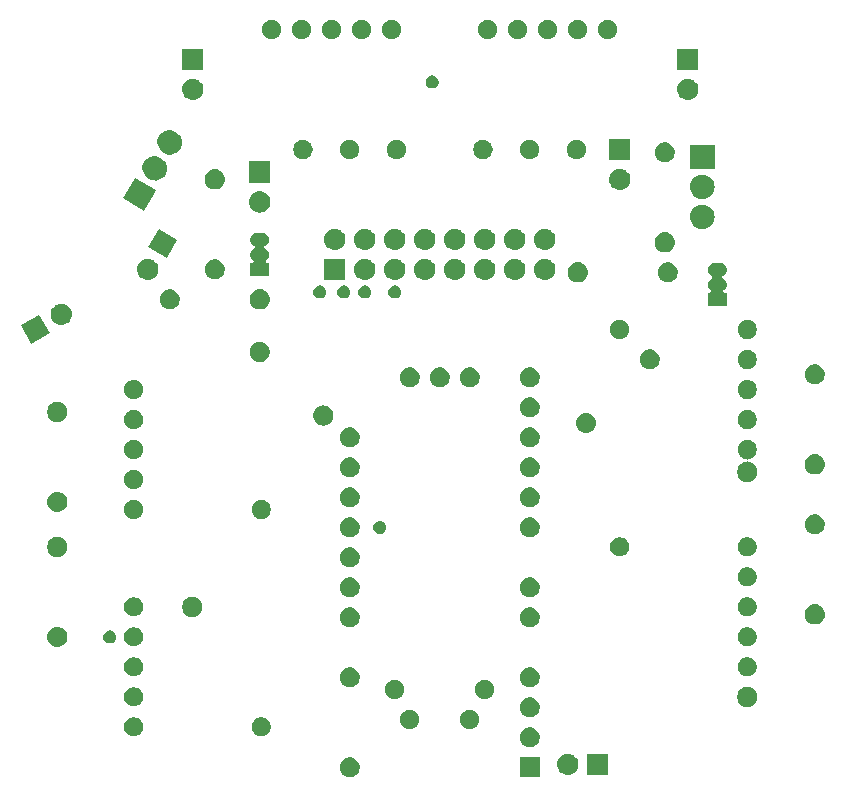
<source format=gts>
G04 #@! TF.GenerationSoftware,KiCad,Pcbnew,5.0.2-bee76a0~70~ubuntu18.04.1*
G04 #@! TF.CreationDate,2019-01-29T21:20:29+01:00*
G04 #@! TF.ProjectId,Robot Propulsion layer 2 V2,526f626f-7420-4507-926f-70756c73696f,rev?*
G04 #@! TF.SameCoordinates,Original*
G04 #@! TF.FileFunction,Soldermask,Top*
G04 #@! TF.FilePolarity,Negative*
%FSLAX46Y46*%
G04 Gerber Fmt 4.6, Leading zero omitted, Abs format (unit mm)*
G04 Created by KiCad (PCBNEW 5.0.2-bee76a0~70~ubuntu18.04.1) date mar. 29 janv. 2019 21:20:29 CET*
%MOMM*%
%LPD*%
G01*
G04 APERTURE LIST*
%ADD10C,0.100000*%
G04 APERTURE END LIST*
D10*
G36*
X127471000Y-112385000D02*
X125769000Y-112385000D01*
X125769000Y-110683000D01*
X127471000Y-110683000D01*
X127471000Y-112385000D01*
X127471000Y-112385000D01*
G37*
G36*
X111628228Y-110715703D02*
X111783100Y-110779853D01*
X111922481Y-110872985D01*
X112041015Y-110991519D01*
X112134147Y-111130900D01*
X112198297Y-111285772D01*
X112231000Y-111450184D01*
X112231000Y-111617816D01*
X112198297Y-111782228D01*
X112134147Y-111937100D01*
X112041015Y-112076481D01*
X111922481Y-112195015D01*
X111783100Y-112288147D01*
X111628228Y-112352297D01*
X111463816Y-112385000D01*
X111296184Y-112385000D01*
X111131772Y-112352297D01*
X110976900Y-112288147D01*
X110837519Y-112195015D01*
X110718985Y-112076481D01*
X110625853Y-111937100D01*
X110561703Y-111782228D01*
X110529000Y-111617816D01*
X110529000Y-111450184D01*
X110561703Y-111285772D01*
X110625853Y-111130900D01*
X110718985Y-110991519D01*
X110837519Y-110872985D01*
X110976900Y-110779853D01*
X111131772Y-110715703D01*
X111296184Y-110683000D01*
X111463816Y-110683000D01*
X111628228Y-110715703D01*
X111628228Y-110715703D01*
G37*
G36*
X133286000Y-112181000D02*
X131484000Y-112181000D01*
X131484000Y-110379000D01*
X133286000Y-110379000D01*
X133286000Y-112181000D01*
X133286000Y-112181000D01*
G37*
G36*
X129955442Y-110385518D02*
X130021627Y-110392037D01*
X130134853Y-110426384D01*
X130191467Y-110443557D01*
X130330087Y-110517652D01*
X130347991Y-110527222D01*
X130383729Y-110556552D01*
X130485186Y-110639814D01*
X130547466Y-110715704D01*
X130597778Y-110777009D01*
X130597779Y-110777011D01*
X130681443Y-110933533D01*
X130681443Y-110933534D01*
X130732963Y-111103373D01*
X130750359Y-111280000D01*
X130732963Y-111456627D01*
X130698616Y-111569853D01*
X130681443Y-111626467D01*
X130607348Y-111765087D01*
X130597778Y-111782991D01*
X130568448Y-111818729D01*
X130485186Y-111920186D01*
X130383729Y-112003448D01*
X130347991Y-112032778D01*
X130347989Y-112032779D01*
X130191467Y-112116443D01*
X130134853Y-112133616D01*
X130021627Y-112167963D01*
X129955442Y-112174482D01*
X129889260Y-112181000D01*
X129800740Y-112181000D01*
X129734558Y-112174482D01*
X129668373Y-112167963D01*
X129555147Y-112133616D01*
X129498533Y-112116443D01*
X129342011Y-112032779D01*
X129342009Y-112032778D01*
X129306271Y-112003448D01*
X129204814Y-111920186D01*
X129121552Y-111818729D01*
X129092222Y-111782991D01*
X129082652Y-111765087D01*
X129008557Y-111626467D01*
X128991384Y-111569853D01*
X128957037Y-111456627D01*
X128939641Y-111280000D01*
X128957037Y-111103373D01*
X129008557Y-110933534D01*
X129008557Y-110933533D01*
X129092221Y-110777011D01*
X129092222Y-110777009D01*
X129142534Y-110715704D01*
X129204814Y-110639814D01*
X129306271Y-110556552D01*
X129342009Y-110527222D01*
X129359913Y-110517652D01*
X129498533Y-110443557D01*
X129555147Y-110426384D01*
X129668373Y-110392037D01*
X129734558Y-110385518D01*
X129800740Y-110379000D01*
X129889260Y-110379000D01*
X129955442Y-110385518D01*
X129955442Y-110385518D01*
G37*
G36*
X126868228Y-108175703D02*
X127023100Y-108239853D01*
X127162481Y-108332985D01*
X127281015Y-108451519D01*
X127374147Y-108590900D01*
X127438297Y-108745772D01*
X127471000Y-108910184D01*
X127471000Y-109077816D01*
X127438297Y-109242228D01*
X127374147Y-109397100D01*
X127281015Y-109536481D01*
X127162481Y-109655015D01*
X127023100Y-109748147D01*
X126868228Y-109812297D01*
X126703816Y-109845000D01*
X126536184Y-109845000D01*
X126371772Y-109812297D01*
X126216900Y-109748147D01*
X126077519Y-109655015D01*
X125958985Y-109536481D01*
X125865853Y-109397100D01*
X125801703Y-109242228D01*
X125769000Y-109077816D01*
X125769000Y-108910184D01*
X125801703Y-108745772D01*
X125865853Y-108590900D01*
X125958985Y-108451519D01*
X126077519Y-108332985D01*
X126216900Y-108239853D01*
X126371772Y-108175703D01*
X126536184Y-108143000D01*
X126703816Y-108143000D01*
X126868228Y-108175703D01*
X126868228Y-108175703D01*
G37*
G36*
X104124142Y-107323242D02*
X104272102Y-107384530D01*
X104405258Y-107473502D01*
X104518498Y-107586742D01*
X104607470Y-107719898D01*
X104668758Y-107867858D01*
X104700000Y-108024925D01*
X104700000Y-108185075D01*
X104668758Y-108342142D01*
X104623452Y-108451519D01*
X104607471Y-108490100D01*
X104518499Y-108623257D01*
X104405257Y-108736499D01*
X104339130Y-108780683D01*
X104272102Y-108825470D01*
X104124142Y-108886758D01*
X103967075Y-108918000D01*
X103806925Y-108918000D01*
X103649858Y-108886758D01*
X103501898Y-108825470D01*
X103434870Y-108780683D01*
X103368743Y-108736499D01*
X103255501Y-108623257D01*
X103166529Y-108490100D01*
X103150548Y-108451519D01*
X103105242Y-108342142D01*
X103074000Y-108185075D01*
X103074000Y-108024925D01*
X103105242Y-107867858D01*
X103166530Y-107719898D01*
X103255502Y-107586742D01*
X103368742Y-107473502D01*
X103501898Y-107384530D01*
X103649858Y-107323242D01*
X103806925Y-107292000D01*
X103967075Y-107292000D01*
X104124142Y-107323242D01*
X104124142Y-107323242D01*
G37*
G36*
X93329142Y-107323242D02*
X93477102Y-107384530D01*
X93610258Y-107473502D01*
X93723498Y-107586742D01*
X93812470Y-107719898D01*
X93873758Y-107867858D01*
X93905000Y-108024925D01*
X93905000Y-108185075D01*
X93873758Y-108342142D01*
X93828452Y-108451519D01*
X93812471Y-108490100D01*
X93723499Y-108623257D01*
X93610257Y-108736499D01*
X93544130Y-108780683D01*
X93477102Y-108825470D01*
X93329142Y-108886758D01*
X93172075Y-108918000D01*
X93011925Y-108918000D01*
X92854858Y-108886758D01*
X92706898Y-108825470D01*
X92639870Y-108780683D01*
X92573743Y-108736499D01*
X92460501Y-108623257D01*
X92371529Y-108490100D01*
X92355548Y-108451519D01*
X92310242Y-108342142D01*
X92279000Y-108185075D01*
X92279000Y-108024925D01*
X92310242Y-107867858D01*
X92371530Y-107719898D01*
X92460502Y-107586742D01*
X92573742Y-107473502D01*
X92706898Y-107384530D01*
X92854858Y-107323242D01*
X93011925Y-107292000D01*
X93172075Y-107292000D01*
X93329142Y-107323242D01*
X93329142Y-107323242D01*
G37*
G36*
X121777142Y-106688242D02*
X121925102Y-106749530D01*
X122058258Y-106838502D01*
X122171498Y-106951742D01*
X122260470Y-107084898D01*
X122321758Y-107232858D01*
X122353000Y-107389925D01*
X122353000Y-107550075D01*
X122321758Y-107707142D01*
X122260470Y-107855102D01*
X122171498Y-107988258D01*
X122058258Y-108101498D01*
X121925102Y-108190470D01*
X121777142Y-108251758D01*
X121620075Y-108283000D01*
X121459925Y-108283000D01*
X121302858Y-108251758D01*
X121154898Y-108190470D01*
X121021742Y-108101498D01*
X120908502Y-107988258D01*
X120819530Y-107855102D01*
X120758242Y-107707142D01*
X120727000Y-107550075D01*
X120727000Y-107389925D01*
X120758242Y-107232858D01*
X120819530Y-107084898D01*
X120908502Y-106951742D01*
X121021742Y-106838502D01*
X121154898Y-106749530D01*
X121302858Y-106688242D01*
X121459925Y-106657000D01*
X121620075Y-106657000D01*
X121777142Y-106688242D01*
X121777142Y-106688242D01*
G37*
G36*
X116697142Y-106688242D02*
X116845102Y-106749530D01*
X116978258Y-106838502D01*
X117091498Y-106951742D01*
X117180470Y-107084898D01*
X117241758Y-107232858D01*
X117273000Y-107389925D01*
X117273000Y-107550075D01*
X117241758Y-107707142D01*
X117180470Y-107855102D01*
X117091498Y-107988258D01*
X116978258Y-108101498D01*
X116845102Y-108190470D01*
X116697142Y-108251758D01*
X116540075Y-108283000D01*
X116379925Y-108283000D01*
X116222858Y-108251758D01*
X116074898Y-108190470D01*
X115941742Y-108101498D01*
X115828502Y-107988258D01*
X115739530Y-107855102D01*
X115678242Y-107707142D01*
X115647000Y-107550075D01*
X115647000Y-107389925D01*
X115678242Y-107232858D01*
X115739530Y-107084898D01*
X115828502Y-106951742D01*
X115941742Y-106838502D01*
X116074898Y-106749530D01*
X116222858Y-106688242D01*
X116379925Y-106657000D01*
X116540075Y-106657000D01*
X116697142Y-106688242D01*
X116697142Y-106688242D01*
G37*
G36*
X126868228Y-105635703D02*
X127023100Y-105699853D01*
X127162481Y-105792985D01*
X127281015Y-105911519D01*
X127374147Y-106050900D01*
X127438297Y-106205772D01*
X127471000Y-106370184D01*
X127471000Y-106537816D01*
X127438297Y-106702228D01*
X127374147Y-106857100D01*
X127281015Y-106996481D01*
X127162481Y-107115015D01*
X127023100Y-107208147D01*
X126868228Y-107272297D01*
X126703816Y-107305000D01*
X126536184Y-107305000D01*
X126371772Y-107272297D01*
X126216900Y-107208147D01*
X126077519Y-107115015D01*
X125958985Y-106996481D01*
X125865853Y-106857100D01*
X125801703Y-106702228D01*
X125769000Y-106537816D01*
X125769000Y-106370184D01*
X125801703Y-106205772D01*
X125865853Y-106050900D01*
X125958985Y-105911519D01*
X126077519Y-105792985D01*
X126216900Y-105699853D01*
X126371772Y-105635703D01*
X126536184Y-105603000D01*
X126703816Y-105603000D01*
X126868228Y-105635703D01*
X126868228Y-105635703D01*
G37*
G36*
X145283228Y-104746703D02*
X145438100Y-104810853D01*
X145577481Y-104903985D01*
X145696015Y-105022519D01*
X145789147Y-105161900D01*
X145853297Y-105316772D01*
X145886000Y-105481184D01*
X145886000Y-105648816D01*
X145853297Y-105813228D01*
X145789147Y-105968100D01*
X145696015Y-106107481D01*
X145577481Y-106226015D01*
X145438100Y-106319147D01*
X145283228Y-106383297D01*
X145118816Y-106416000D01*
X144951184Y-106416000D01*
X144786772Y-106383297D01*
X144631900Y-106319147D01*
X144492519Y-106226015D01*
X144373985Y-106107481D01*
X144280853Y-105968100D01*
X144216703Y-105813228D01*
X144184000Y-105648816D01*
X144184000Y-105481184D01*
X144216703Y-105316772D01*
X144280853Y-105161900D01*
X144373985Y-105022519D01*
X144492519Y-104903985D01*
X144631900Y-104810853D01*
X144786772Y-104746703D01*
X144951184Y-104714000D01*
X145118816Y-104714000D01*
X145283228Y-104746703D01*
X145283228Y-104746703D01*
G37*
G36*
X93329142Y-104783242D02*
X93477102Y-104844530D01*
X93610258Y-104933502D01*
X93723498Y-105046742D01*
X93812470Y-105179898D01*
X93873758Y-105327858D01*
X93905000Y-105484925D01*
X93905000Y-105645075D01*
X93873758Y-105802142D01*
X93828452Y-105911519D01*
X93812471Y-105950100D01*
X93723499Y-106083257D01*
X93610257Y-106196499D01*
X93566084Y-106226014D01*
X93477102Y-106285470D01*
X93329142Y-106346758D01*
X93172075Y-106378000D01*
X93011925Y-106378000D01*
X92854858Y-106346758D01*
X92706898Y-106285470D01*
X92617916Y-106226014D01*
X92573743Y-106196499D01*
X92460501Y-106083257D01*
X92371529Y-105950100D01*
X92355548Y-105911519D01*
X92310242Y-105802142D01*
X92279000Y-105645075D01*
X92279000Y-105484925D01*
X92310242Y-105327858D01*
X92371530Y-105179898D01*
X92460502Y-105046742D01*
X92573742Y-104933502D01*
X92706898Y-104844530D01*
X92854858Y-104783242D01*
X93011925Y-104752000D01*
X93172075Y-104752000D01*
X93329142Y-104783242D01*
X93329142Y-104783242D01*
G37*
G36*
X115427142Y-104148242D02*
X115575102Y-104209530D01*
X115708258Y-104298502D01*
X115821498Y-104411742D01*
X115910470Y-104544898D01*
X115971758Y-104692858D01*
X116003000Y-104849925D01*
X116003000Y-105010075D01*
X115971758Y-105167142D01*
X115910470Y-105315102D01*
X115821498Y-105448258D01*
X115708258Y-105561498D01*
X115575102Y-105650470D01*
X115427142Y-105711758D01*
X115270075Y-105743000D01*
X115109925Y-105743000D01*
X114952858Y-105711758D01*
X114804898Y-105650470D01*
X114671742Y-105561498D01*
X114558502Y-105448258D01*
X114469530Y-105315102D01*
X114408242Y-105167142D01*
X114377000Y-105010075D01*
X114377000Y-104849925D01*
X114408242Y-104692858D01*
X114469530Y-104544898D01*
X114558502Y-104411742D01*
X114671742Y-104298502D01*
X114804898Y-104209530D01*
X114952858Y-104148242D01*
X115109925Y-104117000D01*
X115270075Y-104117000D01*
X115427142Y-104148242D01*
X115427142Y-104148242D01*
G37*
G36*
X123047142Y-104148242D02*
X123195102Y-104209530D01*
X123328258Y-104298502D01*
X123441498Y-104411742D01*
X123530470Y-104544898D01*
X123591758Y-104692858D01*
X123623000Y-104849925D01*
X123623000Y-105010075D01*
X123591758Y-105167142D01*
X123530470Y-105315102D01*
X123441498Y-105448258D01*
X123328258Y-105561498D01*
X123195102Y-105650470D01*
X123047142Y-105711758D01*
X122890075Y-105743000D01*
X122729925Y-105743000D01*
X122572858Y-105711758D01*
X122424898Y-105650470D01*
X122291742Y-105561498D01*
X122178502Y-105448258D01*
X122089530Y-105315102D01*
X122028242Y-105167142D01*
X121997000Y-105010075D01*
X121997000Y-104849925D01*
X122028242Y-104692858D01*
X122089530Y-104544898D01*
X122178502Y-104411742D01*
X122291742Y-104298502D01*
X122424898Y-104209530D01*
X122572858Y-104148242D01*
X122729925Y-104117000D01*
X122890075Y-104117000D01*
X123047142Y-104148242D01*
X123047142Y-104148242D01*
G37*
G36*
X126868228Y-103095703D02*
X127023100Y-103159853D01*
X127162481Y-103252985D01*
X127281015Y-103371519D01*
X127374147Y-103510900D01*
X127438297Y-103665772D01*
X127471000Y-103830184D01*
X127471000Y-103997816D01*
X127438297Y-104162228D01*
X127374147Y-104317100D01*
X127281015Y-104456481D01*
X127162481Y-104575015D01*
X127023100Y-104668147D01*
X126868228Y-104732297D01*
X126703816Y-104765000D01*
X126536184Y-104765000D01*
X126371772Y-104732297D01*
X126216900Y-104668147D01*
X126077519Y-104575015D01*
X125958985Y-104456481D01*
X125865853Y-104317100D01*
X125801703Y-104162228D01*
X125769000Y-103997816D01*
X125769000Y-103830184D01*
X125801703Y-103665772D01*
X125865853Y-103510900D01*
X125958985Y-103371519D01*
X126077519Y-103252985D01*
X126216900Y-103159853D01*
X126371772Y-103095703D01*
X126536184Y-103063000D01*
X126703816Y-103063000D01*
X126868228Y-103095703D01*
X126868228Y-103095703D01*
G37*
G36*
X111628228Y-103095703D02*
X111783100Y-103159853D01*
X111922481Y-103252985D01*
X112041015Y-103371519D01*
X112134147Y-103510900D01*
X112198297Y-103665772D01*
X112231000Y-103830184D01*
X112231000Y-103997816D01*
X112198297Y-104162228D01*
X112134147Y-104317100D01*
X112041015Y-104456481D01*
X111922481Y-104575015D01*
X111783100Y-104668147D01*
X111628228Y-104732297D01*
X111463816Y-104765000D01*
X111296184Y-104765000D01*
X111131772Y-104732297D01*
X110976900Y-104668147D01*
X110837519Y-104575015D01*
X110718985Y-104456481D01*
X110625853Y-104317100D01*
X110561703Y-104162228D01*
X110529000Y-103997816D01*
X110529000Y-103830184D01*
X110561703Y-103665772D01*
X110625853Y-103510900D01*
X110718985Y-103371519D01*
X110837519Y-103252985D01*
X110976900Y-103159853D01*
X111131772Y-103095703D01*
X111296184Y-103063000D01*
X111463816Y-103063000D01*
X111628228Y-103095703D01*
X111628228Y-103095703D01*
G37*
G36*
X93329142Y-102243242D02*
X93477102Y-102304530D01*
X93610258Y-102393502D01*
X93723498Y-102506742D01*
X93812470Y-102639898D01*
X93873758Y-102787858D01*
X93905000Y-102944925D01*
X93905000Y-103105075D01*
X93873758Y-103262142D01*
X93828452Y-103371519D01*
X93812471Y-103410100D01*
X93723499Y-103543257D01*
X93610257Y-103656499D01*
X93544130Y-103700683D01*
X93477102Y-103745470D01*
X93329142Y-103806758D01*
X93172075Y-103838000D01*
X93011925Y-103838000D01*
X92854858Y-103806758D01*
X92706898Y-103745470D01*
X92639870Y-103700683D01*
X92573743Y-103656499D01*
X92460501Y-103543257D01*
X92371529Y-103410100D01*
X92355548Y-103371519D01*
X92310242Y-103262142D01*
X92279000Y-103105075D01*
X92279000Y-102944925D01*
X92310242Y-102787858D01*
X92371530Y-102639898D01*
X92460502Y-102506742D01*
X92573742Y-102393502D01*
X92706898Y-102304530D01*
X92854858Y-102243242D01*
X93011925Y-102212000D01*
X93172075Y-102212000D01*
X93329142Y-102243242D01*
X93329142Y-102243242D01*
G37*
G36*
X145272142Y-102243242D02*
X145420102Y-102304530D01*
X145553258Y-102393502D01*
X145666498Y-102506742D01*
X145755470Y-102639898D01*
X145816758Y-102787858D01*
X145848000Y-102944925D01*
X145848000Y-103105075D01*
X145816758Y-103262142D01*
X145771452Y-103371519D01*
X145755471Y-103410100D01*
X145666499Y-103543257D01*
X145553257Y-103656499D01*
X145487130Y-103700683D01*
X145420102Y-103745470D01*
X145272142Y-103806758D01*
X145115075Y-103838000D01*
X144954925Y-103838000D01*
X144797858Y-103806758D01*
X144649898Y-103745470D01*
X144582870Y-103700683D01*
X144516743Y-103656499D01*
X144403501Y-103543257D01*
X144314529Y-103410100D01*
X144298548Y-103371519D01*
X144253242Y-103262142D01*
X144222000Y-103105075D01*
X144222000Y-102944925D01*
X144253242Y-102787858D01*
X144314530Y-102639898D01*
X144403502Y-102506742D01*
X144516742Y-102393502D01*
X144649898Y-102304530D01*
X144797858Y-102243242D01*
X144954925Y-102212000D01*
X145115075Y-102212000D01*
X145272142Y-102243242D01*
X145272142Y-102243242D01*
G37*
G36*
X86781821Y-99646313D02*
X86781824Y-99646314D01*
X86781825Y-99646314D01*
X86942239Y-99694975D01*
X86942241Y-99694976D01*
X86942244Y-99694977D01*
X87090078Y-99773995D01*
X87219659Y-99880341D01*
X87326005Y-100009922D01*
X87405023Y-100157756D01*
X87405024Y-100157759D01*
X87405025Y-100157761D01*
X87453686Y-100318175D01*
X87453687Y-100318179D01*
X87470117Y-100485000D01*
X87453687Y-100651821D01*
X87453686Y-100651824D01*
X87453686Y-100651825D01*
X87425120Y-100745996D01*
X87405023Y-100812244D01*
X87326005Y-100960078D01*
X87219659Y-101089659D01*
X87090078Y-101196005D01*
X86942244Y-101275023D01*
X86942241Y-101275024D01*
X86942239Y-101275025D01*
X86781825Y-101323686D01*
X86781824Y-101323686D01*
X86781821Y-101323687D01*
X86656804Y-101336000D01*
X86573196Y-101336000D01*
X86448179Y-101323687D01*
X86448176Y-101323686D01*
X86448175Y-101323686D01*
X86287761Y-101275025D01*
X86287759Y-101275024D01*
X86287756Y-101275023D01*
X86139922Y-101196005D01*
X86010341Y-101089659D01*
X85903995Y-100960078D01*
X85824977Y-100812244D01*
X85804881Y-100745996D01*
X85776314Y-100651825D01*
X85776314Y-100651824D01*
X85776313Y-100651821D01*
X85759883Y-100485000D01*
X85776313Y-100318179D01*
X85776314Y-100318175D01*
X85824975Y-100157761D01*
X85824976Y-100157759D01*
X85824977Y-100157756D01*
X85903995Y-100009922D01*
X86010341Y-99880341D01*
X86139922Y-99773995D01*
X86287756Y-99694977D01*
X86287759Y-99694976D01*
X86287761Y-99694975D01*
X86448175Y-99646314D01*
X86448176Y-99646314D01*
X86448179Y-99646313D01*
X86573196Y-99634000D01*
X86656804Y-99634000D01*
X86781821Y-99646313D01*
X86781821Y-99646313D01*
G37*
G36*
X93329142Y-99703242D02*
X93477102Y-99764530D01*
X93610258Y-99853502D01*
X93723498Y-99966742D01*
X93812470Y-100099898D01*
X93873758Y-100247858D01*
X93905000Y-100404925D01*
X93905000Y-100565075D01*
X93873758Y-100722142D01*
X93812470Y-100870102D01*
X93723498Y-101003258D01*
X93610258Y-101116498D01*
X93477102Y-101205470D01*
X93329142Y-101266758D01*
X93172075Y-101298000D01*
X93011925Y-101298000D01*
X92854858Y-101266758D01*
X92706898Y-101205470D01*
X92573742Y-101116498D01*
X92460502Y-101003258D01*
X92371530Y-100870102D01*
X92310242Y-100722142D01*
X92279000Y-100565075D01*
X92279000Y-100404925D01*
X92310242Y-100247858D01*
X92371530Y-100099898D01*
X92460502Y-99966742D01*
X92573742Y-99853502D01*
X92706898Y-99764530D01*
X92854858Y-99703242D01*
X93011925Y-99672000D01*
X93172075Y-99672000D01*
X93329142Y-99703242D01*
X93329142Y-99703242D01*
G37*
G36*
X145272142Y-99703242D02*
X145420102Y-99764530D01*
X145553258Y-99853502D01*
X145666498Y-99966742D01*
X145755470Y-100099898D01*
X145816758Y-100247858D01*
X145848000Y-100404925D01*
X145848000Y-100565075D01*
X145816758Y-100722142D01*
X145755470Y-100870102D01*
X145666498Y-101003258D01*
X145553258Y-101116498D01*
X145420102Y-101205470D01*
X145272142Y-101266758D01*
X145115075Y-101298000D01*
X144954925Y-101298000D01*
X144797858Y-101266758D01*
X144649898Y-101205470D01*
X144516742Y-101116498D01*
X144403502Y-101003258D01*
X144314530Y-100870102D01*
X144253242Y-100722142D01*
X144222000Y-100565075D01*
X144222000Y-100404925D01*
X144253242Y-100247858D01*
X144314530Y-100099898D01*
X144403502Y-99966742D01*
X144516742Y-99853502D01*
X144649898Y-99764530D01*
X144797858Y-99703242D01*
X144954925Y-99672000D01*
X145115075Y-99672000D01*
X145272142Y-99703242D01*
X145272142Y-99703242D01*
G37*
G36*
X91220721Y-99955174D02*
X91320995Y-99996709D01*
X91411245Y-100057012D01*
X91487988Y-100133755D01*
X91548291Y-100224005D01*
X91589826Y-100324279D01*
X91611000Y-100430730D01*
X91611000Y-100539270D01*
X91589826Y-100645721D01*
X91548291Y-100745995D01*
X91487988Y-100836245D01*
X91411245Y-100912988D01*
X91320995Y-100973291D01*
X91220721Y-101014826D01*
X91114270Y-101036000D01*
X91005730Y-101036000D01*
X90899279Y-101014826D01*
X90799005Y-100973291D01*
X90708755Y-100912988D01*
X90632012Y-100836245D01*
X90571709Y-100745995D01*
X90530174Y-100645721D01*
X90509000Y-100539270D01*
X90509000Y-100430730D01*
X90530174Y-100324279D01*
X90571709Y-100224005D01*
X90632012Y-100133755D01*
X90708755Y-100057012D01*
X90799005Y-99996709D01*
X90899279Y-99955174D01*
X91005730Y-99934000D01*
X91114270Y-99934000D01*
X91220721Y-99955174D01*
X91220721Y-99955174D01*
G37*
G36*
X126868228Y-98015703D02*
X127023100Y-98079853D01*
X127162481Y-98172985D01*
X127281015Y-98291519D01*
X127374147Y-98430900D01*
X127438297Y-98585772D01*
X127471000Y-98750184D01*
X127471000Y-98917816D01*
X127438297Y-99082228D01*
X127374147Y-99237100D01*
X127281015Y-99376481D01*
X127162481Y-99495015D01*
X127023100Y-99588147D01*
X126868228Y-99652297D01*
X126703816Y-99685000D01*
X126536184Y-99685000D01*
X126371772Y-99652297D01*
X126216900Y-99588147D01*
X126077519Y-99495015D01*
X125958985Y-99376481D01*
X125865853Y-99237100D01*
X125801703Y-99082228D01*
X125769000Y-98917816D01*
X125769000Y-98750184D01*
X125801703Y-98585772D01*
X125865853Y-98430900D01*
X125958985Y-98291519D01*
X126077519Y-98172985D01*
X126216900Y-98079853D01*
X126371772Y-98015703D01*
X126536184Y-97983000D01*
X126703816Y-97983000D01*
X126868228Y-98015703D01*
X126868228Y-98015703D01*
G37*
G36*
X111628228Y-98015703D02*
X111783100Y-98079853D01*
X111922481Y-98172985D01*
X112041015Y-98291519D01*
X112134147Y-98430900D01*
X112198297Y-98585772D01*
X112231000Y-98750184D01*
X112231000Y-98917816D01*
X112198297Y-99082228D01*
X112134147Y-99237100D01*
X112041015Y-99376481D01*
X111922481Y-99495015D01*
X111783100Y-99588147D01*
X111628228Y-99652297D01*
X111463816Y-99685000D01*
X111296184Y-99685000D01*
X111131772Y-99652297D01*
X110976900Y-99588147D01*
X110837519Y-99495015D01*
X110718985Y-99376481D01*
X110625853Y-99237100D01*
X110561703Y-99082228D01*
X110529000Y-98917816D01*
X110529000Y-98750184D01*
X110561703Y-98585772D01*
X110625853Y-98430900D01*
X110718985Y-98291519D01*
X110837519Y-98172985D01*
X110976900Y-98079853D01*
X111131772Y-98015703D01*
X111296184Y-97983000D01*
X111463816Y-97983000D01*
X111628228Y-98015703D01*
X111628228Y-98015703D01*
G37*
G36*
X150916821Y-97741313D02*
X150916824Y-97741314D01*
X150916825Y-97741314D01*
X151077239Y-97789975D01*
X151077241Y-97789976D01*
X151077244Y-97789977D01*
X151225078Y-97868995D01*
X151354659Y-97975341D01*
X151461005Y-98104922D01*
X151540023Y-98252756D01*
X151540024Y-98252759D01*
X151540025Y-98252761D01*
X151588686Y-98413175D01*
X151588687Y-98413179D01*
X151605117Y-98580000D01*
X151588687Y-98746821D01*
X151588686Y-98746824D01*
X151588686Y-98746825D01*
X151583690Y-98763296D01*
X151540023Y-98907244D01*
X151461005Y-99055078D01*
X151354659Y-99184659D01*
X151225078Y-99291005D01*
X151077244Y-99370023D01*
X151077241Y-99370024D01*
X151077239Y-99370025D01*
X150916825Y-99418686D01*
X150916824Y-99418686D01*
X150916821Y-99418687D01*
X150791804Y-99431000D01*
X150708196Y-99431000D01*
X150583179Y-99418687D01*
X150583176Y-99418686D01*
X150583175Y-99418686D01*
X150422761Y-99370025D01*
X150422759Y-99370024D01*
X150422756Y-99370023D01*
X150274922Y-99291005D01*
X150145341Y-99184659D01*
X150038995Y-99055078D01*
X149959977Y-98907244D01*
X149916311Y-98763296D01*
X149911314Y-98746825D01*
X149911314Y-98746824D01*
X149911313Y-98746821D01*
X149894883Y-98580000D01*
X149911313Y-98413179D01*
X149911314Y-98413175D01*
X149959975Y-98252761D01*
X149959976Y-98252759D01*
X149959977Y-98252756D01*
X150038995Y-98104922D01*
X150145341Y-97975341D01*
X150274922Y-97868995D01*
X150422756Y-97789977D01*
X150422759Y-97789976D01*
X150422761Y-97789975D01*
X150583175Y-97741314D01*
X150583176Y-97741314D01*
X150583179Y-97741313D01*
X150708196Y-97729000D01*
X150791804Y-97729000D01*
X150916821Y-97741313D01*
X150916821Y-97741313D01*
G37*
G36*
X98293228Y-97126703D02*
X98448100Y-97190853D01*
X98587481Y-97283985D01*
X98706015Y-97402519D01*
X98799147Y-97541900D01*
X98863297Y-97696772D01*
X98896000Y-97861184D01*
X98896000Y-98028816D01*
X98863297Y-98193228D01*
X98799147Y-98348100D01*
X98706015Y-98487481D01*
X98587481Y-98606015D01*
X98448100Y-98699147D01*
X98293228Y-98763297D01*
X98128816Y-98796000D01*
X97961184Y-98796000D01*
X97796772Y-98763297D01*
X97641900Y-98699147D01*
X97502519Y-98606015D01*
X97383985Y-98487481D01*
X97290853Y-98348100D01*
X97226703Y-98193228D01*
X97194000Y-98028816D01*
X97194000Y-97861184D01*
X97226703Y-97696772D01*
X97290853Y-97541900D01*
X97383985Y-97402519D01*
X97502519Y-97283985D01*
X97641900Y-97190853D01*
X97796772Y-97126703D01*
X97961184Y-97094000D01*
X98128816Y-97094000D01*
X98293228Y-97126703D01*
X98293228Y-97126703D01*
G37*
G36*
X93329142Y-97163242D02*
X93477102Y-97224530D01*
X93610258Y-97313502D01*
X93723498Y-97426742D01*
X93812470Y-97559898D01*
X93873758Y-97707858D01*
X93905000Y-97864925D01*
X93905000Y-98025075D01*
X93873758Y-98182142D01*
X93844508Y-98252756D01*
X93812471Y-98330100D01*
X93723499Y-98463257D01*
X93610257Y-98576499D01*
X93566084Y-98606014D01*
X93477102Y-98665470D01*
X93329142Y-98726758D01*
X93172075Y-98758000D01*
X93011925Y-98758000D01*
X92854858Y-98726758D01*
X92706898Y-98665470D01*
X92617916Y-98606014D01*
X92573743Y-98576499D01*
X92460501Y-98463257D01*
X92371529Y-98330100D01*
X92339492Y-98252756D01*
X92310242Y-98182142D01*
X92279000Y-98025075D01*
X92279000Y-97864925D01*
X92310242Y-97707858D01*
X92371530Y-97559898D01*
X92460502Y-97426742D01*
X92573742Y-97313502D01*
X92706898Y-97224530D01*
X92854858Y-97163242D01*
X93011925Y-97132000D01*
X93172075Y-97132000D01*
X93329142Y-97163242D01*
X93329142Y-97163242D01*
G37*
G36*
X145272142Y-97163242D02*
X145420102Y-97224530D01*
X145553258Y-97313502D01*
X145666498Y-97426742D01*
X145755470Y-97559898D01*
X145816758Y-97707858D01*
X145848000Y-97864925D01*
X145848000Y-98025075D01*
X145816758Y-98182142D01*
X145787508Y-98252756D01*
X145755471Y-98330100D01*
X145666499Y-98463257D01*
X145553257Y-98576499D01*
X145509084Y-98606014D01*
X145420102Y-98665470D01*
X145272142Y-98726758D01*
X145115075Y-98758000D01*
X144954925Y-98758000D01*
X144797858Y-98726758D01*
X144649898Y-98665470D01*
X144560916Y-98606014D01*
X144516743Y-98576499D01*
X144403501Y-98463257D01*
X144314529Y-98330100D01*
X144282492Y-98252756D01*
X144253242Y-98182142D01*
X144222000Y-98025075D01*
X144222000Y-97864925D01*
X144253242Y-97707858D01*
X144314530Y-97559898D01*
X144403502Y-97426742D01*
X144516742Y-97313502D01*
X144649898Y-97224530D01*
X144797858Y-97163242D01*
X144954925Y-97132000D01*
X145115075Y-97132000D01*
X145272142Y-97163242D01*
X145272142Y-97163242D01*
G37*
G36*
X111628228Y-95475703D02*
X111783100Y-95539853D01*
X111922481Y-95632985D01*
X112041015Y-95751519D01*
X112134147Y-95890900D01*
X112198297Y-96045772D01*
X112231000Y-96210184D01*
X112231000Y-96377816D01*
X112198297Y-96542228D01*
X112134147Y-96697100D01*
X112041015Y-96836481D01*
X111922481Y-96955015D01*
X111783100Y-97048147D01*
X111628228Y-97112297D01*
X111463816Y-97145000D01*
X111296184Y-97145000D01*
X111131772Y-97112297D01*
X110976900Y-97048147D01*
X110837519Y-96955015D01*
X110718985Y-96836481D01*
X110625853Y-96697100D01*
X110561703Y-96542228D01*
X110529000Y-96377816D01*
X110529000Y-96210184D01*
X110561703Y-96045772D01*
X110625853Y-95890900D01*
X110718985Y-95751519D01*
X110837519Y-95632985D01*
X110976900Y-95539853D01*
X111131772Y-95475703D01*
X111296184Y-95443000D01*
X111463816Y-95443000D01*
X111628228Y-95475703D01*
X111628228Y-95475703D01*
G37*
G36*
X126868228Y-95475703D02*
X127023100Y-95539853D01*
X127162481Y-95632985D01*
X127281015Y-95751519D01*
X127374147Y-95890900D01*
X127438297Y-96045772D01*
X127471000Y-96210184D01*
X127471000Y-96377816D01*
X127438297Y-96542228D01*
X127374147Y-96697100D01*
X127281015Y-96836481D01*
X127162481Y-96955015D01*
X127023100Y-97048147D01*
X126868228Y-97112297D01*
X126703816Y-97145000D01*
X126536184Y-97145000D01*
X126371772Y-97112297D01*
X126216900Y-97048147D01*
X126077519Y-96955015D01*
X125958985Y-96836481D01*
X125865853Y-96697100D01*
X125801703Y-96542228D01*
X125769000Y-96377816D01*
X125769000Y-96210184D01*
X125801703Y-96045772D01*
X125865853Y-95890900D01*
X125958985Y-95751519D01*
X126077519Y-95632985D01*
X126216900Y-95539853D01*
X126371772Y-95475703D01*
X126536184Y-95443000D01*
X126703816Y-95443000D01*
X126868228Y-95475703D01*
X126868228Y-95475703D01*
G37*
G36*
X145272142Y-94623242D02*
X145420102Y-94684530D01*
X145553258Y-94773502D01*
X145666498Y-94886742D01*
X145755470Y-95019898D01*
X145816758Y-95167858D01*
X145848000Y-95324925D01*
X145848000Y-95485075D01*
X145816758Y-95642142D01*
X145771452Y-95751519D01*
X145755471Y-95790100D01*
X145666499Y-95923257D01*
X145553257Y-96036499D01*
X145487130Y-96080683D01*
X145420102Y-96125470D01*
X145272142Y-96186758D01*
X145115075Y-96218000D01*
X144954925Y-96218000D01*
X144797858Y-96186758D01*
X144649898Y-96125470D01*
X144582870Y-96080683D01*
X144516743Y-96036499D01*
X144403501Y-95923257D01*
X144314529Y-95790100D01*
X144298548Y-95751519D01*
X144253242Y-95642142D01*
X144222000Y-95485075D01*
X144222000Y-95324925D01*
X144253242Y-95167858D01*
X144314530Y-95019898D01*
X144403502Y-94886742D01*
X144516742Y-94773502D01*
X144649898Y-94684530D01*
X144797858Y-94623242D01*
X144954925Y-94592000D01*
X145115075Y-94592000D01*
X145272142Y-94623242D01*
X145272142Y-94623242D01*
G37*
G36*
X111628228Y-92935703D02*
X111783100Y-92999853D01*
X111922481Y-93092985D01*
X112041015Y-93211519D01*
X112134147Y-93350900D01*
X112198297Y-93505772D01*
X112231000Y-93670184D01*
X112231000Y-93837816D01*
X112198297Y-94002228D01*
X112134147Y-94157100D01*
X112041015Y-94296481D01*
X111922481Y-94415015D01*
X111783100Y-94508147D01*
X111628228Y-94572297D01*
X111463816Y-94605000D01*
X111296184Y-94605000D01*
X111131772Y-94572297D01*
X110976900Y-94508147D01*
X110837519Y-94415015D01*
X110718985Y-94296481D01*
X110625853Y-94157100D01*
X110561703Y-94002228D01*
X110529000Y-93837816D01*
X110529000Y-93670184D01*
X110561703Y-93505772D01*
X110625853Y-93350900D01*
X110718985Y-93211519D01*
X110837519Y-93092985D01*
X110976900Y-92999853D01*
X111131772Y-92935703D01*
X111296184Y-92903000D01*
X111463816Y-92903000D01*
X111628228Y-92935703D01*
X111628228Y-92935703D01*
G37*
G36*
X86863228Y-92046703D02*
X87018100Y-92110853D01*
X87157481Y-92203985D01*
X87276015Y-92322519D01*
X87369147Y-92461900D01*
X87433297Y-92616772D01*
X87466000Y-92781184D01*
X87466000Y-92948816D01*
X87433297Y-93113228D01*
X87369147Y-93268100D01*
X87276015Y-93407481D01*
X87157481Y-93526015D01*
X87018100Y-93619147D01*
X86863228Y-93683297D01*
X86698816Y-93716000D01*
X86531184Y-93716000D01*
X86366772Y-93683297D01*
X86211900Y-93619147D01*
X86072519Y-93526015D01*
X85953985Y-93407481D01*
X85860853Y-93268100D01*
X85796703Y-93113228D01*
X85764000Y-92948816D01*
X85764000Y-92781184D01*
X85796703Y-92616772D01*
X85860853Y-92461900D01*
X85953985Y-92322519D01*
X86072519Y-92203985D01*
X86211900Y-92110853D01*
X86366772Y-92046703D01*
X86531184Y-92014000D01*
X86698816Y-92014000D01*
X86863228Y-92046703D01*
X86863228Y-92046703D01*
G37*
G36*
X134477142Y-92083242D02*
X134625102Y-92144530D01*
X134758258Y-92233502D01*
X134871498Y-92346742D01*
X134960470Y-92479898D01*
X135021758Y-92627858D01*
X135053000Y-92784925D01*
X135053000Y-92945075D01*
X135021758Y-93102142D01*
X134976452Y-93211519D01*
X134960471Y-93250100D01*
X134871499Y-93383257D01*
X134758257Y-93496499D01*
X134714084Y-93526014D01*
X134625102Y-93585470D01*
X134477142Y-93646758D01*
X134320075Y-93678000D01*
X134159925Y-93678000D01*
X134002858Y-93646758D01*
X133854898Y-93585470D01*
X133765916Y-93526014D01*
X133721743Y-93496499D01*
X133608501Y-93383257D01*
X133519529Y-93250100D01*
X133503548Y-93211519D01*
X133458242Y-93102142D01*
X133427000Y-92945075D01*
X133427000Y-92784925D01*
X133458242Y-92627858D01*
X133519530Y-92479898D01*
X133608502Y-92346742D01*
X133721742Y-92233502D01*
X133854898Y-92144530D01*
X134002858Y-92083242D01*
X134159925Y-92052000D01*
X134320075Y-92052000D01*
X134477142Y-92083242D01*
X134477142Y-92083242D01*
G37*
G36*
X145272142Y-92083242D02*
X145420102Y-92144530D01*
X145553258Y-92233502D01*
X145666498Y-92346742D01*
X145755470Y-92479898D01*
X145816758Y-92627858D01*
X145848000Y-92784925D01*
X145848000Y-92945075D01*
X145816758Y-93102142D01*
X145771452Y-93211519D01*
X145755471Y-93250100D01*
X145666499Y-93383257D01*
X145553257Y-93496499D01*
X145509084Y-93526014D01*
X145420102Y-93585470D01*
X145272142Y-93646758D01*
X145115075Y-93678000D01*
X144954925Y-93678000D01*
X144797858Y-93646758D01*
X144649898Y-93585470D01*
X144560916Y-93526014D01*
X144516743Y-93496499D01*
X144403501Y-93383257D01*
X144314529Y-93250100D01*
X144298548Y-93211519D01*
X144253242Y-93102142D01*
X144222000Y-92945075D01*
X144222000Y-92784925D01*
X144253242Y-92627858D01*
X144314530Y-92479898D01*
X144403502Y-92346742D01*
X144516742Y-92233502D01*
X144649898Y-92144530D01*
X144797858Y-92083242D01*
X144954925Y-92052000D01*
X145115075Y-92052000D01*
X145272142Y-92083242D01*
X145272142Y-92083242D01*
G37*
G36*
X126868228Y-90395703D02*
X127023100Y-90459853D01*
X127162481Y-90552985D01*
X127281015Y-90671519D01*
X127374147Y-90810900D01*
X127438297Y-90965772D01*
X127471000Y-91130184D01*
X127471000Y-91297816D01*
X127438297Y-91462228D01*
X127374147Y-91617100D01*
X127281015Y-91756481D01*
X127162481Y-91875015D01*
X127023100Y-91968147D01*
X126868228Y-92032297D01*
X126703816Y-92065000D01*
X126536184Y-92065000D01*
X126371772Y-92032297D01*
X126216900Y-91968147D01*
X126077519Y-91875015D01*
X125958985Y-91756481D01*
X125865853Y-91617100D01*
X125801703Y-91462228D01*
X125769000Y-91297816D01*
X125769000Y-91130184D01*
X125801703Y-90965772D01*
X125865853Y-90810900D01*
X125958985Y-90671519D01*
X126077519Y-90552985D01*
X126216900Y-90459853D01*
X126371772Y-90395703D01*
X126536184Y-90363000D01*
X126703816Y-90363000D01*
X126868228Y-90395703D01*
X126868228Y-90395703D01*
G37*
G36*
X111628228Y-90395703D02*
X111783100Y-90459853D01*
X111922481Y-90552985D01*
X112041015Y-90671519D01*
X112134147Y-90810900D01*
X112198297Y-90965772D01*
X112231000Y-91130184D01*
X112231000Y-91297816D01*
X112198297Y-91462228D01*
X112134147Y-91617100D01*
X112041015Y-91756481D01*
X111922481Y-91875015D01*
X111783100Y-91968147D01*
X111628228Y-92032297D01*
X111463816Y-92065000D01*
X111296184Y-92065000D01*
X111131772Y-92032297D01*
X110976900Y-91968147D01*
X110837519Y-91875015D01*
X110718985Y-91756481D01*
X110625853Y-91617100D01*
X110561703Y-91462228D01*
X110529000Y-91297816D01*
X110529000Y-91130184D01*
X110561703Y-90965772D01*
X110625853Y-90810900D01*
X110718985Y-90671519D01*
X110837519Y-90552985D01*
X110976900Y-90459853D01*
X111131772Y-90395703D01*
X111296184Y-90363000D01*
X111463816Y-90363000D01*
X111628228Y-90395703D01*
X111628228Y-90395703D01*
G37*
G36*
X150998228Y-90141703D02*
X151153100Y-90205853D01*
X151292481Y-90298985D01*
X151411015Y-90417519D01*
X151504147Y-90556900D01*
X151568297Y-90711772D01*
X151601000Y-90876184D01*
X151601000Y-91043816D01*
X151568297Y-91208228D01*
X151504147Y-91363100D01*
X151411015Y-91502481D01*
X151292481Y-91621015D01*
X151153100Y-91714147D01*
X150998228Y-91778297D01*
X150833816Y-91811000D01*
X150666184Y-91811000D01*
X150501772Y-91778297D01*
X150346900Y-91714147D01*
X150207519Y-91621015D01*
X150088985Y-91502481D01*
X149995853Y-91363100D01*
X149931703Y-91208228D01*
X149899000Y-91043816D01*
X149899000Y-90876184D01*
X149931703Y-90711772D01*
X149995853Y-90556900D01*
X150088985Y-90417519D01*
X150207519Y-90298985D01*
X150346900Y-90205853D01*
X150501772Y-90141703D01*
X150666184Y-90109000D01*
X150833816Y-90109000D01*
X150998228Y-90141703D01*
X150998228Y-90141703D01*
G37*
G36*
X114080721Y-90684174D02*
X114180995Y-90725709D01*
X114271245Y-90786012D01*
X114347988Y-90862755D01*
X114408291Y-90953005D01*
X114449826Y-91053279D01*
X114471000Y-91159730D01*
X114471000Y-91268270D01*
X114449826Y-91374721D01*
X114408291Y-91474995D01*
X114347988Y-91565245D01*
X114271245Y-91641988D01*
X114180995Y-91702291D01*
X114080721Y-91743826D01*
X113974270Y-91765000D01*
X113865730Y-91765000D01*
X113759279Y-91743826D01*
X113659005Y-91702291D01*
X113568755Y-91641988D01*
X113492012Y-91565245D01*
X113431709Y-91474995D01*
X113390174Y-91374721D01*
X113369000Y-91268270D01*
X113369000Y-91159730D01*
X113390174Y-91053279D01*
X113431709Y-90953005D01*
X113492012Y-90862755D01*
X113568755Y-90786012D01*
X113659005Y-90725709D01*
X113759279Y-90684174D01*
X113865730Y-90663000D01*
X113974270Y-90663000D01*
X114080721Y-90684174D01*
X114080721Y-90684174D01*
G37*
G36*
X104124142Y-88908242D02*
X104272102Y-88969530D01*
X104405258Y-89058502D01*
X104518498Y-89171742D01*
X104607470Y-89304898D01*
X104668758Y-89452858D01*
X104700000Y-89609925D01*
X104700000Y-89770075D01*
X104668758Y-89927142D01*
X104621354Y-90041583D01*
X104607471Y-90075100D01*
X104520105Y-90205854D01*
X104518498Y-90208258D01*
X104405258Y-90321498D01*
X104272102Y-90410470D01*
X104272101Y-90410471D01*
X104272100Y-90410471D01*
X104238583Y-90424354D01*
X104124142Y-90471758D01*
X103967075Y-90503000D01*
X103806925Y-90503000D01*
X103649858Y-90471758D01*
X103535417Y-90424354D01*
X103501900Y-90410471D01*
X103501899Y-90410471D01*
X103501898Y-90410470D01*
X103368742Y-90321498D01*
X103255502Y-90208258D01*
X103253896Y-90205854D01*
X103166529Y-90075100D01*
X103152646Y-90041583D01*
X103105242Y-89927142D01*
X103074000Y-89770075D01*
X103074000Y-89609925D01*
X103105242Y-89452858D01*
X103166530Y-89304898D01*
X103255502Y-89171742D01*
X103368742Y-89058502D01*
X103501898Y-88969530D01*
X103649858Y-88908242D01*
X103806925Y-88877000D01*
X103967075Y-88877000D01*
X104124142Y-88908242D01*
X104124142Y-88908242D01*
G37*
G36*
X93329142Y-88908242D02*
X93477102Y-88969530D01*
X93610258Y-89058502D01*
X93723498Y-89171742D01*
X93812470Y-89304898D01*
X93873758Y-89452858D01*
X93905000Y-89609925D01*
X93905000Y-89770075D01*
X93873758Y-89927142D01*
X93826354Y-90041583D01*
X93812471Y-90075100D01*
X93725105Y-90205854D01*
X93723498Y-90208258D01*
X93610258Y-90321498D01*
X93477102Y-90410470D01*
X93477101Y-90410471D01*
X93477100Y-90410471D01*
X93443583Y-90424354D01*
X93329142Y-90471758D01*
X93172075Y-90503000D01*
X93011925Y-90503000D01*
X92854858Y-90471758D01*
X92740417Y-90424354D01*
X92706900Y-90410471D01*
X92706899Y-90410471D01*
X92706898Y-90410470D01*
X92573742Y-90321498D01*
X92460502Y-90208258D01*
X92458896Y-90205854D01*
X92371529Y-90075100D01*
X92357646Y-90041583D01*
X92310242Y-89927142D01*
X92279000Y-89770075D01*
X92279000Y-89609925D01*
X92310242Y-89452858D01*
X92371530Y-89304898D01*
X92460502Y-89171742D01*
X92573742Y-89058502D01*
X92706898Y-88969530D01*
X92854858Y-88908242D01*
X93011925Y-88877000D01*
X93172075Y-88877000D01*
X93329142Y-88908242D01*
X93329142Y-88908242D01*
G37*
G36*
X86781821Y-88216313D02*
X86781824Y-88216314D01*
X86781825Y-88216314D01*
X86942239Y-88264975D01*
X86942241Y-88264976D01*
X86942244Y-88264977D01*
X87090078Y-88343995D01*
X87219659Y-88450341D01*
X87326005Y-88579922D01*
X87405023Y-88727756D01*
X87453687Y-88888179D01*
X87470117Y-89055000D01*
X87453687Y-89221821D01*
X87453686Y-89221824D01*
X87453686Y-89221825D01*
X87419351Y-89335014D01*
X87405023Y-89382244D01*
X87326005Y-89530078D01*
X87219659Y-89659659D01*
X87090078Y-89766005D01*
X86942244Y-89845023D01*
X86942241Y-89845024D01*
X86942239Y-89845025D01*
X86781825Y-89893686D01*
X86781824Y-89893686D01*
X86781821Y-89893687D01*
X86656804Y-89906000D01*
X86573196Y-89906000D01*
X86448179Y-89893687D01*
X86448176Y-89893686D01*
X86448175Y-89893686D01*
X86287761Y-89845025D01*
X86287759Y-89845024D01*
X86287756Y-89845023D01*
X86139922Y-89766005D01*
X86010341Y-89659659D01*
X85903995Y-89530078D01*
X85824977Y-89382244D01*
X85810650Y-89335014D01*
X85776314Y-89221825D01*
X85776314Y-89221824D01*
X85776313Y-89221821D01*
X85759883Y-89055000D01*
X85776313Y-88888179D01*
X85824977Y-88727756D01*
X85903995Y-88579922D01*
X86010341Y-88450341D01*
X86139922Y-88343995D01*
X86287756Y-88264977D01*
X86287759Y-88264976D01*
X86287761Y-88264975D01*
X86448175Y-88216314D01*
X86448176Y-88216314D01*
X86448179Y-88216313D01*
X86573196Y-88204000D01*
X86656804Y-88204000D01*
X86781821Y-88216313D01*
X86781821Y-88216313D01*
G37*
G36*
X126868228Y-87855703D02*
X127023100Y-87919853D01*
X127162481Y-88012985D01*
X127281015Y-88131519D01*
X127374147Y-88270900D01*
X127438297Y-88425772D01*
X127471000Y-88590184D01*
X127471000Y-88757816D01*
X127438297Y-88922228D01*
X127374147Y-89077100D01*
X127281015Y-89216481D01*
X127162481Y-89335015D01*
X127023100Y-89428147D01*
X126868228Y-89492297D01*
X126703816Y-89525000D01*
X126536184Y-89525000D01*
X126371772Y-89492297D01*
X126216900Y-89428147D01*
X126077519Y-89335015D01*
X125958985Y-89216481D01*
X125865853Y-89077100D01*
X125801703Y-88922228D01*
X125769000Y-88757816D01*
X125769000Y-88590184D01*
X125801703Y-88425772D01*
X125865853Y-88270900D01*
X125958985Y-88131519D01*
X126077519Y-88012985D01*
X126216900Y-87919853D01*
X126371772Y-87855703D01*
X126536184Y-87823000D01*
X126703816Y-87823000D01*
X126868228Y-87855703D01*
X126868228Y-87855703D01*
G37*
G36*
X111628228Y-87855703D02*
X111783100Y-87919853D01*
X111922481Y-88012985D01*
X112041015Y-88131519D01*
X112134147Y-88270900D01*
X112198297Y-88425772D01*
X112231000Y-88590184D01*
X112231000Y-88757816D01*
X112198297Y-88922228D01*
X112134147Y-89077100D01*
X112041015Y-89216481D01*
X111922481Y-89335015D01*
X111783100Y-89428147D01*
X111628228Y-89492297D01*
X111463816Y-89525000D01*
X111296184Y-89525000D01*
X111131772Y-89492297D01*
X110976900Y-89428147D01*
X110837519Y-89335015D01*
X110718985Y-89216481D01*
X110625853Y-89077100D01*
X110561703Y-88922228D01*
X110529000Y-88757816D01*
X110529000Y-88590184D01*
X110561703Y-88425772D01*
X110625853Y-88270900D01*
X110718985Y-88131519D01*
X110837519Y-88012985D01*
X110976900Y-87919853D01*
X111131772Y-87855703D01*
X111296184Y-87823000D01*
X111463816Y-87823000D01*
X111628228Y-87855703D01*
X111628228Y-87855703D01*
G37*
G36*
X93329142Y-86368242D02*
X93477102Y-86429530D01*
X93610258Y-86518502D01*
X93723498Y-86631742D01*
X93812470Y-86764898D01*
X93873758Y-86912858D01*
X93905000Y-87069925D01*
X93905000Y-87230075D01*
X93873758Y-87387142D01*
X93812470Y-87535102D01*
X93723498Y-87668258D01*
X93610258Y-87781498D01*
X93477102Y-87870470D01*
X93329142Y-87931758D01*
X93172075Y-87963000D01*
X93011925Y-87963000D01*
X92854858Y-87931758D01*
X92706898Y-87870470D01*
X92573742Y-87781498D01*
X92460502Y-87668258D01*
X92371530Y-87535102D01*
X92310242Y-87387142D01*
X92279000Y-87230075D01*
X92279000Y-87069925D01*
X92310242Y-86912858D01*
X92371530Y-86764898D01*
X92460502Y-86631742D01*
X92573742Y-86518502D01*
X92706898Y-86429530D01*
X92854858Y-86368242D01*
X93011925Y-86337000D01*
X93172075Y-86337000D01*
X93329142Y-86368242D01*
X93329142Y-86368242D01*
G37*
G36*
X145036395Y-85590963D02*
X145047946Y-85612574D01*
X145063491Y-85631516D01*
X145082433Y-85647061D01*
X145104044Y-85658613D01*
X145127492Y-85665726D01*
X145283228Y-85696703D01*
X145438100Y-85760853D01*
X145577481Y-85853985D01*
X145696015Y-85972519D01*
X145789147Y-86111900D01*
X145853297Y-86266772D01*
X145886000Y-86431184D01*
X145886000Y-86598816D01*
X145853297Y-86763228D01*
X145789147Y-86918100D01*
X145696015Y-87057481D01*
X145577481Y-87176015D01*
X145438100Y-87269147D01*
X145283228Y-87333297D01*
X145118816Y-87366000D01*
X144951184Y-87366000D01*
X144786772Y-87333297D01*
X144631900Y-87269147D01*
X144492519Y-87176015D01*
X144373985Y-87057481D01*
X144280853Y-86918100D01*
X144216703Y-86763228D01*
X144184000Y-86598816D01*
X144184000Y-86431184D01*
X144216703Y-86266772D01*
X144280853Y-86111900D01*
X144373985Y-85972519D01*
X144492519Y-85853985D01*
X144631900Y-85760853D01*
X144786772Y-85696703D01*
X144942508Y-85665726D01*
X144965956Y-85658613D01*
X144987567Y-85647061D01*
X145006509Y-85631516D01*
X145022054Y-85612574D01*
X145033605Y-85590963D01*
X145035000Y-85586364D01*
X145036395Y-85590963D01*
X145036395Y-85590963D01*
G37*
G36*
X126868228Y-85315703D02*
X127023100Y-85379853D01*
X127162481Y-85472985D01*
X127281015Y-85591519D01*
X127374147Y-85730900D01*
X127438297Y-85885772D01*
X127471000Y-86050184D01*
X127471000Y-86217816D01*
X127438297Y-86382228D01*
X127374147Y-86537100D01*
X127281015Y-86676481D01*
X127162481Y-86795015D01*
X127023100Y-86888147D01*
X126868228Y-86952297D01*
X126703816Y-86985000D01*
X126536184Y-86985000D01*
X126371772Y-86952297D01*
X126216900Y-86888147D01*
X126077519Y-86795015D01*
X125958985Y-86676481D01*
X125865853Y-86537100D01*
X125801703Y-86382228D01*
X125769000Y-86217816D01*
X125769000Y-86050184D01*
X125801703Y-85885772D01*
X125865853Y-85730900D01*
X125958985Y-85591519D01*
X126077519Y-85472985D01*
X126216900Y-85379853D01*
X126371772Y-85315703D01*
X126536184Y-85283000D01*
X126703816Y-85283000D01*
X126868228Y-85315703D01*
X126868228Y-85315703D01*
G37*
G36*
X111628228Y-85315703D02*
X111783100Y-85379853D01*
X111922481Y-85472985D01*
X112041015Y-85591519D01*
X112134147Y-85730900D01*
X112198297Y-85885772D01*
X112231000Y-86050184D01*
X112231000Y-86217816D01*
X112198297Y-86382228D01*
X112134147Y-86537100D01*
X112041015Y-86676481D01*
X111922481Y-86795015D01*
X111783100Y-86888147D01*
X111628228Y-86952297D01*
X111463816Y-86985000D01*
X111296184Y-86985000D01*
X111131772Y-86952297D01*
X110976900Y-86888147D01*
X110837519Y-86795015D01*
X110718985Y-86676481D01*
X110625853Y-86537100D01*
X110561703Y-86382228D01*
X110529000Y-86217816D01*
X110529000Y-86050184D01*
X110561703Y-85885772D01*
X110625853Y-85730900D01*
X110718985Y-85591519D01*
X110837519Y-85472985D01*
X110976900Y-85379853D01*
X111131772Y-85315703D01*
X111296184Y-85283000D01*
X111463816Y-85283000D01*
X111628228Y-85315703D01*
X111628228Y-85315703D01*
G37*
G36*
X150916821Y-85041313D02*
X150916824Y-85041314D01*
X150916825Y-85041314D01*
X151077239Y-85089975D01*
X151077241Y-85089976D01*
X151077244Y-85089977D01*
X151225078Y-85168995D01*
X151354659Y-85275341D01*
X151461005Y-85404922D01*
X151540023Y-85552756D01*
X151540024Y-85552759D01*
X151540025Y-85552761D01*
X151588686Y-85713175D01*
X151588687Y-85713179D01*
X151605117Y-85880000D01*
X151588687Y-86046821D01*
X151588686Y-86046824D01*
X151588686Y-86046825D01*
X151568946Y-86111900D01*
X151540023Y-86207244D01*
X151461005Y-86355078D01*
X151354659Y-86484659D01*
X151225078Y-86591005D01*
X151077244Y-86670023D01*
X151077241Y-86670024D01*
X151077239Y-86670025D01*
X150916825Y-86718686D01*
X150916824Y-86718686D01*
X150916821Y-86718687D01*
X150791804Y-86731000D01*
X150708196Y-86731000D01*
X150583179Y-86718687D01*
X150583176Y-86718686D01*
X150583175Y-86718686D01*
X150422761Y-86670025D01*
X150422759Y-86670024D01*
X150422756Y-86670023D01*
X150274922Y-86591005D01*
X150145341Y-86484659D01*
X150038995Y-86355078D01*
X149959977Y-86207244D01*
X149931055Y-86111900D01*
X149911314Y-86046825D01*
X149911314Y-86046824D01*
X149911313Y-86046821D01*
X149894883Y-85880000D01*
X149911313Y-85713179D01*
X149911314Y-85713175D01*
X149959975Y-85552761D01*
X149959976Y-85552759D01*
X149959977Y-85552756D01*
X150038995Y-85404922D01*
X150145341Y-85275341D01*
X150274922Y-85168995D01*
X150422756Y-85089977D01*
X150422759Y-85089976D01*
X150422761Y-85089975D01*
X150583175Y-85041314D01*
X150583176Y-85041314D01*
X150583179Y-85041313D01*
X150708196Y-85029000D01*
X150791804Y-85029000D01*
X150916821Y-85041313D01*
X150916821Y-85041313D01*
G37*
G36*
X145272142Y-83828242D02*
X145420102Y-83889530D01*
X145553258Y-83978502D01*
X145666498Y-84091742D01*
X145755470Y-84224898D01*
X145816758Y-84372858D01*
X145848000Y-84529925D01*
X145848000Y-84690075D01*
X145816758Y-84847142D01*
X145755470Y-84995102D01*
X145666498Y-85128258D01*
X145553258Y-85241498D01*
X145420102Y-85330470D01*
X145272141Y-85391758D01*
X145127494Y-85420530D01*
X145104045Y-85427643D01*
X145082434Y-85439194D01*
X145063492Y-85454739D01*
X145047947Y-85473681D01*
X145036395Y-85495292D01*
X145035000Y-85499891D01*
X145033605Y-85495292D01*
X145022053Y-85473681D01*
X145006508Y-85454739D01*
X144987566Y-85439194D01*
X144965955Y-85427643D01*
X144942506Y-85420530D01*
X144797859Y-85391758D01*
X144649898Y-85330470D01*
X144516742Y-85241498D01*
X144403502Y-85128258D01*
X144314530Y-84995102D01*
X144253242Y-84847142D01*
X144222000Y-84690075D01*
X144222000Y-84529925D01*
X144253242Y-84372858D01*
X144314530Y-84224898D01*
X144403502Y-84091742D01*
X144516742Y-83978502D01*
X144649898Y-83889530D01*
X144797858Y-83828242D01*
X144954925Y-83797000D01*
X145115075Y-83797000D01*
X145272142Y-83828242D01*
X145272142Y-83828242D01*
G37*
G36*
X93329142Y-83828242D02*
X93477102Y-83889530D01*
X93610258Y-83978502D01*
X93723498Y-84091742D01*
X93812470Y-84224898D01*
X93873758Y-84372858D01*
X93905000Y-84529925D01*
X93905000Y-84690075D01*
X93873758Y-84847142D01*
X93812470Y-84995102D01*
X93723498Y-85128258D01*
X93610258Y-85241498D01*
X93477102Y-85330470D01*
X93329142Y-85391758D01*
X93172075Y-85423000D01*
X93011925Y-85423000D01*
X92854858Y-85391758D01*
X92706898Y-85330470D01*
X92573742Y-85241498D01*
X92460502Y-85128258D01*
X92371530Y-84995102D01*
X92310242Y-84847142D01*
X92279000Y-84690075D01*
X92279000Y-84529925D01*
X92310242Y-84372858D01*
X92371530Y-84224898D01*
X92460502Y-84091742D01*
X92573742Y-83978502D01*
X92706898Y-83889530D01*
X92854858Y-83828242D01*
X93011925Y-83797000D01*
X93172075Y-83797000D01*
X93329142Y-83828242D01*
X93329142Y-83828242D01*
G37*
G36*
X126868228Y-82775703D02*
X127023100Y-82839853D01*
X127162481Y-82932985D01*
X127281015Y-83051519D01*
X127374147Y-83190900D01*
X127438297Y-83345772D01*
X127471000Y-83510184D01*
X127471000Y-83677816D01*
X127438297Y-83842228D01*
X127374147Y-83997100D01*
X127281015Y-84136481D01*
X127162481Y-84255015D01*
X127023100Y-84348147D01*
X126868228Y-84412297D01*
X126703816Y-84445000D01*
X126536184Y-84445000D01*
X126371772Y-84412297D01*
X126216900Y-84348147D01*
X126077519Y-84255015D01*
X125958985Y-84136481D01*
X125865853Y-83997100D01*
X125801703Y-83842228D01*
X125769000Y-83677816D01*
X125769000Y-83510184D01*
X125801703Y-83345772D01*
X125865853Y-83190900D01*
X125958985Y-83051519D01*
X126077519Y-82932985D01*
X126216900Y-82839853D01*
X126371772Y-82775703D01*
X126536184Y-82743000D01*
X126703816Y-82743000D01*
X126868228Y-82775703D01*
X126868228Y-82775703D01*
G37*
G36*
X111628228Y-82775703D02*
X111783100Y-82839853D01*
X111922481Y-82932985D01*
X112041015Y-83051519D01*
X112134147Y-83190900D01*
X112198297Y-83345772D01*
X112231000Y-83510184D01*
X112231000Y-83677816D01*
X112198297Y-83842228D01*
X112134147Y-83997100D01*
X112041015Y-84136481D01*
X111922481Y-84255015D01*
X111783100Y-84348147D01*
X111628228Y-84412297D01*
X111463816Y-84445000D01*
X111296184Y-84445000D01*
X111131772Y-84412297D01*
X110976900Y-84348147D01*
X110837519Y-84255015D01*
X110718985Y-84136481D01*
X110625853Y-83997100D01*
X110561703Y-83842228D01*
X110529000Y-83677816D01*
X110529000Y-83510184D01*
X110561703Y-83345772D01*
X110625853Y-83190900D01*
X110718985Y-83051519D01*
X110837519Y-82932985D01*
X110976900Y-82839853D01*
X111131772Y-82775703D01*
X111296184Y-82743000D01*
X111463816Y-82743000D01*
X111628228Y-82775703D01*
X111628228Y-82775703D01*
G37*
G36*
X131558667Y-81539467D02*
X131558670Y-81539468D01*
X131558671Y-81539468D01*
X131719085Y-81588129D01*
X131719087Y-81588130D01*
X131719090Y-81588131D01*
X131866924Y-81667149D01*
X131996505Y-81773495D01*
X132102851Y-81903076D01*
X132181869Y-82050910D01*
X132181870Y-82050913D01*
X132181871Y-82050915D01*
X132211951Y-82150075D01*
X132230533Y-82211333D01*
X132246963Y-82378154D01*
X132230533Y-82544975D01*
X132230532Y-82544978D01*
X132230532Y-82544979D01*
X132183053Y-82701498D01*
X132181869Y-82705398D01*
X132102851Y-82853232D01*
X131996505Y-82982813D01*
X131866924Y-83089159D01*
X131719090Y-83168177D01*
X131719087Y-83168178D01*
X131719085Y-83168179D01*
X131558671Y-83216840D01*
X131558670Y-83216840D01*
X131558667Y-83216841D01*
X131433650Y-83229154D01*
X131350042Y-83229154D01*
X131225025Y-83216841D01*
X131225022Y-83216840D01*
X131225021Y-83216840D01*
X131064607Y-83168179D01*
X131064605Y-83168178D01*
X131064602Y-83168177D01*
X130916768Y-83089159D01*
X130787187Y-82982813D01*
X130680841Y-82853232D01*
X130601823Y-82705398D01*
X130600640Y-82701498D01*
X130553160Y-82544979D01*
X130553160Y-82544978D01*
X130553159Y-82544975D01*
X130536729Y-82378154D01*
X130553159Y-82211333D01*
X130571741Y-82150075D01*
X130601821Y-82050915D01*
X130601822Y-82050913D01*
X130601823Y-82050910D01*
X130680841Y-81903076D01*
X130787187Y-81773495D01*
X130916768Y-81667149D01*
X131064602Y-81588131D01*
X131064605Y-81588130D01*
X131064607Y-81588129D01*
X131225021Y-81539468D01*
X131225022Y-81539468D01*
X131225025Y-81539467D01*
X131350042Y-81527154D01*
X131433650Y-81527154D01*
X131558667Y-81539467D01*
X131558667Y-81539467D01*
G37*
G36*
X93329142Y-81288242D02*
X93477102Y-81349530D01*
X93479577Y-81351184D01*
X93610257Y-81438501D01*
X93723499Y-81551743D01*
X93753392Y-81596481D01*
X93812470Y-81684898D01*
X93873758Y-81832858D01*
X93905000Y-81989925D01*
X93905000Y-82150075D01*
X93873758Y-82307142D01*
X93856911Y-82347813D01*
X93812471Y-82455100D01*
X93723499Y-82588257D01*
X93610257Y-82701499D01*
X93548146Y-82743000D01*
X93477102Y-82790470D01*
X93329142Y-82851758D01*
X93172075Y-82883000D01*
X93011925Y-82883000D01*
X92854858Y-82851758D01*
X92706898Y-82790470D01*
X92635854Y-82743000D01*
X92573743Y-82701499D01*
X92460501Y-82588257D01*
X92371529Y-82455100D01*
X92327089Y-82347813D01*
X92310242Y-82307142D01*
X92279000Y-82150075D01*
X92279000Y-81989925D01*
X92310242Y-81832858D01*
X92371530Y-81684898D01*
X92430608Y-81596481D01*
X92460501Y-81551743D01*
X92573743Y-81438501D01*
X92704423Y-81351184D01*
X92706898Y-81349530D01*
X92854858Y-81288242D01*
X93011925Y-81257000D01*
X93172075Y-81257000D01*
X93329142Y-81288242D01*
X93329142Y-81288242D01*
G37*
G36*
X145272142Y-81288242D02*
X145420102Y-81349530D01*
X145422577Y-81351184D01*
X145553257Y-81438501D01*
X145666499Y-81551743D01*
X145696392Y-81596481D01*
X145755470Y-81684898D01*
X145816758Y-81832858D01*
X145848000Y-81989925D01*
X145848000Y-82150075D01*
X145816758Y-82307142D01*
X145799911Y-82347813D01*
X145755471Y-82455100D01*
X145666499Y-82588257D01*
X145553257Y-82701499D01*
X145491146Y-82743000D01*
X145420102Y-82790470D01*
X145272142Y-82851758D01*
X145115075Y-82883000D01*
X144954925Y-82883000D01*
X144797858Y-82851758D01*
X144649898Y-82790470D01*
X144578854Y-82743000D01*
X144516743Y-82701499D01*
X144403501Y-82588257D01*
X144314529Y-82455100D01*
X144270089Y-82347813D01*
X144253242Y-82307142D01*
X144222000Y-82150075D01*
X144222000Y-81989925D01*
X144253242Y-81832858D01*
X144314530Y-81684898D01*
X144373608Y-81596481D01*
X144403501Y-81551743D01*
X144516743Y-81438501D01*
X144647423Y-81351184D01*
X144649898Y-81349530D01*
X144797858Y-81288242D01*
X144954925Y-81257000D01*
X145115075Y-81257000D01*
X145272142Y-81288242D01*
X145272142Y-81288242D01*
G37*
G36*
X109314975Y-80904467D02*
X109314978Y-80904468D01*
X109314979Y-80904468D01*
X109475393Y-80953129D01*
X109475395Y-80953130D01*
X109475398Y-80953131D01*
X109623232Y-81032149D01*
X109752813Y-81138495D01*
X109859159Y-81268076D01*
X109938177Y-81415910D01*
X109938178Y-81415913D01*
X109938179Y-81415915D01*
X109979382Y-81551743D01*
X109986841Y-81576333D01*
X110003271Y-81743154D01*
X109986841Y-81909975D01*
X109986840Y-81909978D01*
X109986840Y-81909979D01*
X109944088Y-82050915D01*
X109938177Y-82070398D01*
X109859159Y-82218232D01*
X109752813Y-82347813D01*
X109623232Y-82454159D01*
X109475398Y-82533177D01*
X109475395Y-82533178D01*
X109475393Y-82533179D01*
X109314979Y-82581840D01*
X109314978Y-82581840D01*
X109314975Y-82581841D01*
X109189958Y-82594154D01*
X109106350Y-82594154D01*
X108981333Y-82581841D01*
X108981330Y-82581840D01*
X108981329Y-82581840D01*
X108820915Y-82533179D01*
X108820913Y-82533178D01*
X108820910Y-82533177D01*
X108673076Y-82454159D01*
X108543495Y-82347813D01*
X108437149Y-82218232D01*
X108358131Y-82070398D01*
X108352221Y-82050915D01*
X108309468Y-81909979D01*
X108309468Y-81909978D01*
X108309467Y-81909975D01*
X108293037Y-81743154D01*
X108309467Y-81576333D01*
X108316926Y-81551743D01*
X108358129Y-81415915D01*
X108358130Y-81415913D01*
X108358131Y-81415910D01*
X108437149Y-81268076D01*
X108543495Y-81138495D01*
X108673076Y-81032149D01*
X108820910Y-80953131D01*
X108820913Y-80953130D01*
X108820915Y-80953129D01*
X108981329Y-80904468D01*
X108981330Y-80904468D01*
X108981333Y-80904467D01*
X109106350Y-80892154D01*
X109189958Y-80892154D01*
X109314975Y-80904467D01*
X109314975Y-80904467D01*
G37*
G36*
X86863228Y-80616703D02*
X87018100Y-80680853D01*
X87157481Y-80773985D01*
X87276015Y-80892519D01*
X87369147Y-81031900D01*
X87433297Y-81186772D01*
X87466000Y-81351184D01*
X87466000Y-81518816D01*
X87433297Y-81683228D01*
X87369147Y-81838100D01*
X87276015Y-81977481D01*
X87157481Y-82096015D01*
X87018100Y-82189147D01*
X86863228Y-82253297D01*
X86698816Y-82286000D01*
X86531184Y-82286000D01*
X86366772Y-82253297D01*
X86211900Y-82189147D01*
X86072519Y-82096015D01*
X85953985Y-81977481D01*
X85860853Y-81838100D01*
X85796703Y-81683228D01*
X85764000Y-81518816D01*
X85764000Y-81351184D01*
X85796703Y-81186772D01*
X85860853Y-81031900D01*
X85953985Y-80892519D01*
X86072519Y-80773985D01*
X86211900Y-80680853D01*
X86366772Y-80616703D01*
X86531184Y-80584000D01*
X86698816Y-80584000D01*
X86863228Y-80616703D01*
X86863228Y-80616703D01*
G37*
G36*
X126868228Y-80235703D02*
X127023100Y-80299853D01*
X127162481Y-80392985D01*
X127281015Y-80511519D01*
X127374147Y-80650900D01*
X127438297Y-80805772D01*
X127471000Y-80970184D01*
X127471000Y-81137816D01*
X127438297Y-81302228D01*
X127374147Y-81457100D01*
X127281015Y-81596481D01*
X127162481Y-81715015D01*
X127023100Y-81808147D01*
X126868228Y-81872297D01*
X126703816Y-81905000D01*
X126536184Y-81905000D01*
X126371772Y-81872297D01*
X126216900Y-81808147D01*
X126077519Y-81715015D01*
X125958985Y-81596481D01*
X125865853Y-81457100D01*
X125801703Y-81302228D01*
X125769000Y-81137816D01*
X125769000Y-80970184D01*
X125801703Y-80805772D01*
X125865853Y-80650900D01*
X125958985Y-80511519D01*
X126077519Y-80392985D01*
X126216900Y-80299853D01*
X126371772Y-80235703D01*
X126536184Y-80203000D01*
X126703816Y-80203000D01*
X126868228Y-80235703D01*
X126868228Y-80235703D01*
G37*
G36*
X145272142Y-78748242D02*
X145386583Y-78795646D01*
X145403085Y-78802481D01*
X145420102Y-78809530D01*
X145487130Y-78854317D01*
X145553257Y-78898501D01*
X145666499Y-79011743D01*
X145668105Y-79014147D01*
X145755470Y-79144898D01*
X145816758Y-79292858D01*
X145848000Y-79449925D01*
X145848000Y-79610075D01*
X145816758Y-79767142D01*
X145755470Y-79915102D01*
X145666498Y-80048258D01*
X145553258Y-80161498D01*
X145420102Y-80250470D01*
X145272142Y-80311758D01*
X145115075Y-80343000D01*
X144954925Y-80343000D01*
X144797858Y-80311758D01*
X144649898Y-80250470D01*
X144516742Y-80161498D01*
X144403502Y-80048258D01*
X144314530Y-79915102D01*
X144253242Y-79767142D01*
X144222000Y-79610075D01*
X144222000Y-79449925D01*
X144253242Y-79292858D01*
X144314530Y-79144898D01*
X144401895Y-79014147D01*
X144403501Y-79011743D01*
X144516743Y-78898501D01*
X144582870Y-78854317D01*
X144649898Y-78809530D01*
X144666916Y-78802481D01*
X144683417Y-78795646D01*
X144797858Y-78748242D01*
X144954925Y-78717000D01*
X145115075Y-78717000D01*
X145272142Y-78748242D01*
X145272142Y-78748242D01*
G37*
G36*
X93329142Y-78748242D02*
X93443583Y-78795646D01*
X93460085Y-78802481D01*
X93477102Y-78809530D01*
X93544130Y-78854317D01*
X93610257Y-78898501D01*
X93723499Y-79011743D01*
X93725105Y-79014147D01*
X93812470Y-79144898D01*
X93873758Y-79292858D01*
X93905000Y-79449925D01*
X93905000Y-79610075D01*
X93873758Y-79767142D01*
X93812470Y-79915102D01*
X93723498Y-80048258D01*
X93610258Y-80161498D01*
X93477102Y-80250470D01*
X93329142Y-80311758D01*
X93172075Y-80343000D01*
X93011925Y-80343000D01*
X92854858Y-80311758D01*
X92706898Y-80250470D01*
X92573742Y-80161498D01*
X92460502Y-80048258D01*
X92371530Y-79915102D01*
X92310242Y-79767142D01*
X92279000Y-79610075D01*
X92279000Y-79449925D01*
X92310242Y-79292858D01*
X92371530Y-79144898D01*
X92458895Y-79014147D01*
X92460501Y-79011743D01*
X92573743Y-78898501D01*
X92639870Y-78854317D01*
X92706898Y-78809530D01*
X92723916Y-78802481D01*
X92740417Y-78795646D01*
X92854858Y-78748242D01*
X93011925Y-78717000D01*
X93172075Y-78717000D01*
X93329142Y-78748242D01*
X93329142Y-78748242D01*
G37*
G36*
X121788228Y-77695703D02*
X121943100Y-77759853D01*
X122082481Y-77852985D01*
X122201015Y-77971519D01*
X122294147Y-78110900D01*
X122358297Y-78265772D01*
X122391000Y-78430184D01*
X122391000Y-78597816D01*
X122358297Y-78762228D01*
X122294147Y-78917100D01*
X122201015Y-79056481D01*
X122082481Y-79175015D01*
X121943100Y-79268147D01*
X121788228Y-79332297D01*
X121623816Y-79365000D01*
X121456184Y-79365000D01*
X121291772Y-79332297D01*
X121136900Y-79268147D01*
X120997519Y-79175015D01*
X120878985Y-79056481D01*
X120785853Y-78917100D01*
X120721703Y-78762228D01*
X120689000Y-78597816D01*
X120689000Y-78430184D01*
X120721703Y-78265772D01*
X120785853Y-78110900D01*
X120878985Y-77971519D01*
X120997519Y-77852985D01*
X121136900Y-77759853D01*
X121291772Y-77695703D01*
X121456184Y-77663000D01*
X121623816Y-77663000D01*
X121788228Y-77695703D01*
X121788228Y-77695703D01*
G37*
G36*
X126868228Y-77695703D02*
X127023100Y-77759853D01*
X127162481Y-77852985D01*
X127281015Y-77971519D01*
X127374147Y-78110900D01*
X127438297Y-78265772D01*
X127471000Y-78430184D01*
X127471000Y-78597816D01*
X127438297Y-78762228D01*
X127374147Y-78917100D01*
X127281015Y-79056481D01*
X127162481Y-79175015D01*
X127023100Y-79268147D01*
X126868228Y-79332297D01*
X126703816Y-79365000D01*
X126536184Y-79365000D01*
X126371772Y-79332297D01*
X126216900Y-79268147D01*
X126077519Y-79175015D01*
X125958985Y-79056481D01*
X125865853Y-78917100D01*
X125801703Y-78762228D01*
X125769000Y-78597816D01*
X125769000Y-78430184D01*
X125801703Y-78265772D01*
X125865853Y-78110900D01*
X125958985Y-77971519D01*
X126077519Y-77852985D01*
X126216900Y-77759853D01*
X126371772Y-77695703D01*
X126536184Y-77663000D01*
X126703816Y-77663000D01*
X126868228Y-77695703D01*
X126868228Y-77695703D01*
G37*
G36*
X116708228Y-77695703D02*
X116863100Y-77759853D01*
X117002481Y-77852985D01*
X117121015Y-77971519D01*
X117214147Y-78110900D01*
X117278297Y-78265772D01*
X117311000Y-78430184D01*
X117311000Y-78597816D01*
X117278297Y-78762228D01*
X117214147Y-78917100D01*
X117121015Y-79056481D01*
X117002481Y-79175015D01*
X116863100Y-79268147D01*
X116708228Y-79332297D01*
X116543816Y-79365000D01*
X116376184Y-79365000D01*
X116211772Y-79332297D01*
X116056900Y-79268147D01*
X115917519Y-79175015D01*
X115798985Y-79056481D01*
X115705853Y-78917100D01*
X115641703Y-78762228D01*
X115609000Y-78597816D01*
X115609000Y-78430184D01*
X115641703Y-78265772D01*
X115705853Y-78110900D01*
X115798985Y-77971519D01*
X115917519Y-77852985D01*
X116056900Y-77759853D01*
X116211772Y-77695703D01*
X116376184Y-77663000D01*
X116543816Y-77663000D01*
X116708228Y-77695703D01*
X116708228Y-77695703D01*
G37*
G36*
X119248228Y-77695703D02*
X119403100Y-77759853D01*
X119542481Y-77852985D01*
X119661015Y-77971519D01*
X119754147Y-78110900D01*
X119818297Y-78265772D01*
X119851000Y-78430184D01*
X119851000Y-78597816D01*
X119818297Y-78762228D01*
X119754147Y-78917100D01*
X119661015Y-79056481D01*
X119542481Y-79175015D01*
X119403100Y-79268147D01*
X119248228Y-79332297D01*
X119083816Y-79365000D01*
X118916184Y-79365000D01*
X118751772Y-79332297D01*
X118596900Y-79268147D01*
X118457519Y-79175015D01*
X118338985Y-79056481D01*
X118245853Y-78917100D01*
X118181703Y-78762228D01*
X118149000Y-78597816D01*
X118149000Y-78430184D01*
X118181703Y-78265772D01*
X118245853Y-78110900D01*
X118338985Y-77971519D01*
X118457519Y-77852985D01*
X118596900Y-77759853D01*
X118751772Y-77695703D01*
X118916184Y-77663000D01*
X119083816Y-77663000D01*
X119248228Y-77695703D01*
X119248228Y-77695703D01*
G37*
G36*
X150998228Y-77441703D02*
X151153100Y-77505853D01*
X151292481Y-77598985D01*
X151411015Y-77717519D01*
X151504147Y-77856900D01*
X151568297Y-78011772D01*
X151601000Y-78176184D01*
X151601000Y-78343816D01*
X151568297Y-78508228D01*
X151504147Y-78663100D01*
X151411015Y-78802481D01*
X151292481Y-78921015D01*
X151153100Y-79014147D01*
X150998228Y-79078297D01*
X150833816Y-79111000D01*
X150666184Y-79111000D01*
X150501772Y-79078297D01*
X150346900Y-79014147D01*
X150207519Y-78921015D01*
X150088985Y-78802481D01*
X149995853Y-78663100D01*
X149931703Y-78508228D01*
X149899000Y-78343816D01*
X149899000Y-78176184D01*
X149931703Y-78011772D01*
X149995853Y-77856900D01*
X150088985Y-77717519D01*
X150207519Y-77598985D01*
X150346900Y-77505853D01*
X150501772Y-77441703D01*
X150666184Y-77409000D01*
X150833816Y-77409000D01*
X150998228Y-77441703D01*
X150998228Y-77441703D01*
G37*
G36*
X137028228Y-76171703D02*
X137183100Y-76235853D01*
X137322481Y-76328985D01*
X137441015Y-76447519D01*
X137534147Y-76586900D01*
X137598297Y-76741772D01*
X137631000Y-76906184D01*
X137631000Y-77073816D01*
X137598297Y-77238228D01*
X137534147Y-77393100D01*
X137441015Y-77532481D01*
X137322481Y-77651015D01*
X137183100Y-77744147D01*
X137028228Y-77808297D01*
X136863816Y-77841000D01*
X136696184Y-77841000D01*
X136531772Y-77808297D01*
X136376900Y-77744147D01*
X136237519Y-77651015D01*
X136118985Y-77532481D01*
X136025853Y-77393100D01*
X135961703Y-77238228D01*
X135929000Y-77073816D01*
X135929000Y-76906184D01*
X135961703Y-76741772D01*
X136025853Y-76586900D01*
X136118985Y-76447519D01*
X136237519Y-76328985D01*
X136376900Y-76235853D01*
X136531772Y-76171703D01*
X136696184Y-76139000D01*
X136863816Y-76139000D01*
X137028228Y-76171703D01*
X137028228Y-76171703D01*
G37*
G36*
X145272142Y-76208242D02*
X145420102Y-76269530D01*
X145553258Y-76358502D01*
X145666498Y-76471742D01*
X145755470Y-76604898D01*
X145816758Y-76752858D01*
X145848000Y-76909925D01*
X145848000Y-77070075D01*
X145816758Y-77227142D01*
X145769354Y-77341583D01*
X145755471Y-77375100D01*
X145668105Y-77505854D01*
X145666498Y-77508258D01*
X145553258Y-77621498D01*
X145420102Y-77710470D01*
X145420101Y-77710471D01*
X145420100Y-77710471D01*
X145386583Y-77724354D01*
X145272142Y-77771758D01*
X145115075Y-77803000D01*
X144954925Y-77803000D01*
X144797858Y-77771758D01*
X144683417Y-77724354D01*
X144649900Y-77710471D01*
X144649899Y-77710471D01*
X144649898Y-77710470D01*
X144516742Y-77621498D01*
X144403502Y-77508258D01*
X144401896Y-77505854D01*
X144314529Y-77375100D01*
X144300646Y-77341583D01*
X144253242Y-77227142D01*
X144222000Y-77070075D01*
X144222000Y-76909925D01*
X144253242Y-76752858D01*
X144314530Y-76604898D01*
X144403502Y-76471742D01*
X144516742Y-76358502D01*
X144649898Y-76269530D01*
X144797858Y-76208242D01*
X144954925Y-76177000D01*
X145115075Y-76177000D01*
X145272142Y-76208242D01*
X145272142Y-76208242D01*
G37*
G36*
X104008228Y-75536703D02*
X104163100Y-75600853D01*
X104302481Y-75693985D01*
X104421015Y-75812519D01*
X104514147Y-75951900D01*
X104578297Y-76106772D01*
X104611000Y-76271184D01*
X104611000Y-76438816D01*
X104578297Y-76603228D01*
X104514147Y-76758100D01*
X104421015Y-76897481D01*
X104302481Y-77016015D01*
X104163100Y-77109147D01*
X104008228Y-77173297D01*
X103843816Y-77206000D01*
X103676184Y-77206000D01*
X103511772Y-77173297D01*
X103356900Y-77109147D01*
X103217519Y-77016015D01*
X103098985Y-76897481D01*
X103005853Y-76758100D01*
X102941703Y-76603228D01*
X102909000Y-76438816D01*
X102909000Y-76271184D01*
X102941703Y-76106772D01*
X103005853Y-75951900D01*
X103098985Y-75812519D01*
X103217519Y-75693985D01*
X103356900Y-75600853D01*
X103511772Y-75536703D01*
X103676184Y-75504000D01*
X103843816Y-75504000D01*
X104008228Y-75536703D01*
X104008228Y-75536703D01*
G37*
G36*
X85990789Y-74779789D02*
X84430211Y-75680789D01*
X83529211Y-74120211D01*
X85089789Y-73219211D01*
X85990789Y-74779789D01*
X85990789Y-74779789D01*
G37*
G36*
X145272142Y-73668242D02*
X145420102Y-73729530D01*
X145487130Y-73774317D01*
X145553257Y-73818501D01*
X145666499Y-73931743D01*
X145667191Y-73932779D01*
X145755470Y-74064898D01*
X145816758Y-74212858D01*
X145848000Y-74369925D01*
X145848000Y-74530075D01*
X145816758Y-74687142D01*
X145755470Y-74835102D01*
X145666498Y-74968258D01*
X145553258Y-75081498D01*
X145420102Y-75170470D01*
X145272142Y-75231758D01*
X145115075Y-75263000D01*
X144954925Y-75263000D01*
X144797858Y-75231758D01*
X144649898Y-75170470D01*
X144516742Y-75081498D01*
X144403502Y-74968258D01*
X144314530Y-74835102D01*
X144253242Y-74687142D01*
X144222000Y-74530075D01*
X144222000Y-74369925D01*
X144253242Y-74212858D01*
X144314530Y-74064898D01*
X144402809Y-73932779D01*
X144403501Y-73931743D01*
X144516743Y-73818501D01*
X144582870Y-73774317D01*
X144649898Y-73729530D01*
X144797858Y-73668242D01*
X144954925Y-73637000D01*
X145115075Y-73637000D01*
X145272142Y-73668242D01*
X145272142Y-73668242D01*
G37*
G36*
X134477142Y-73668242D02*
X134625102Y-73729530D01*
X134692130Y-73774317D01*
X134758257Y-73818501D01*
X134871499Y-73931743D01*
X134872191Y-73932779D01*
X134960470Y-74064898D01*
X135021758Y-74212858D01*
X135053000Y-74369925D01*
X135053000Y-74530075D01*
X135021758Y-74687142D01*
X134960470Y-74835102D01*
X134871498Y-74968258D01*
X134758258Y-75081498D01*
X134625102Y-75170470D01*
X134477142Y-75231758D01*
X134320075Y-75263000D01*
X134159925Y-75263000D01*
X134002858Y-75231758D01*
X133854898Y-75170470D01*
X133721742Y-75081498D01*
X133608502Y-74968258D01*
X133519530Y-74835102D01*
X133458242Y-74687142D01*
X133427000Y-74530075D01*
X133427000Y-74369925D01*
X133458242Y-74212858D01*
X133519530Y-74064898D01*
X133607809Y-73932779D01*
X133608501Y-73931743D01*
X133721743Y-73818501D01*
X133787870Y-73774317D01*
X133854898Y-73729530D01*
X134002858Y-73668242D01*
X134159925Y-73637000D01*
X134320075Y-73637000D01*
X134477142Y-73668242D01*
X134477142Y-73668242D01*
G37*
G36*
X87070147Y-72285518D02*
X87136332Y-72292037D01*
X87249558Y-72326384D01*
X87306172Y-72343557D01*
X87383851Y-72385078D01*
X87462696Y-72427222D01*
X87493474Y-72452481D01*
X87599891Y-72539814D01*
X87683153Y-72641271D01*
X87712483Y-72677009D01*
X87712484Y-72677011D01*
X87796148Y-72833533D01*
X87796148Y-72833534D01*
X87847668Y-73003373D01*
X87865064Y-73180000D01*
X87847668Y-73356627D01*
X87813321Y-73469853D01*
X87796148Y-73526467D01*
X87737066Y-73637000D01*
X87712483Y-73682991D01*
X87683153Y-73718729D01*
X87599891Y-73820186D01*
X87498434Y-73903448D01*
X87462696Y-73932778D01*
X87462694Y-73932779D01*
X87306172Y-74016443D01*
X87249558Y-74033616D01*
X87136332Y-74067963D01*
X87070148Y-74074481D01*
X87003965Y-74081000D01*
X86915445Y-74081000D01*
X86849262Y-74074481D01*
X86783078Y-74067963D01*
X86669852Y-74033616D01*
X86613238Y-74016443D01*
X86456716Y-73932779D01*
X86456714Y-73932778D01*
X86420976Y-73903448D01*
X86319519Y-73820186D01*
X86236257Y-73718729D01*
X86206927Y-73682991D01*
X86182344Y-73637000D01*
X86123262Y-73526467D01*
X86106089Y-73469853D01*
X86071742Y-73356627D01*
X86054346Y-73180000D01*
X86071742Y-73003373D01*
X86123262Y-72833534D01*
X86123262Y-72833533D01*
X86206926Y-72677011D01*
X86206927Y-72677009D01*
X86236257Y-72641271D01*
X86319519Y-72539814D01*
X86425936Y-72452481D01*
X86456714Y-72427222D01*
X86535559Y-72385078D01*
X86613238Y-72343557D01*
X86669852Y-72326384D01*
X86783078Y-72292037D01*
X86849263Y-72285518D01*
X86915445Y-72279000D01*
X87003965Y-72279000D01*
X87070147Y-72285518D01*
X87070147Y-72285518D01*
G37*
G36*
X103926821Y-71071313D02*
X103926824Y-71071314D01*
X103926825Y-71071314D01*
X104087239Y-71119975D01*
X104087241Y-71119976D01*
X104087244Y-71119977D01*
X104235078Y-71198995D01*
X104364659Y-71305341D01*
X104471005Y-71434922D01*
X104550023Y-71582756D01*
X104550024Y-71582759D01*
X104550025Y-71582761D01*
X104586495Y-71702988D01*
X104598687Y-71743179D01*
X104615117Y-71910000D01*
X104598687Y-72076821D01*
X104598686Y-72076824D01*
X104598686Y-72076825D01*
X104573993Y-72158228D01*
X104550023Y-72237244D01*
X104471005Y-72385078D01*
X104364659Y-72514659D01*
X104235078Y-72621005D01*
X104087244Y-72700023D01*
X104087241Y-72700024D01*
X104087239Y-72700025D01*
X103926825Y-72748686D01*
X103926824Y-72748686D01*
X103926821Y-72748687D01*
X103801804Y-72761000D01*
X103718196Y-72761000D01*
X103593179Y-72748687D01*
X103593176Y-72748686D01*
X103593175Y-72748686D01*
X103432761Y-72700025D01*
X103432759Y-72700024D01*
X103432756Y-72700023D01*
X103284922Y-72621005D01*
X103155341Y-72514659D01*
X103048995Y-72385078D01*
X102969977Y-72237244D01*
X102946008Y-72158228D01*
X102921314Y-72076825D01*
X102921314Y-72076824D01*
X102921313Y-72076821D01*
X102904883Y-71910000D01*
X102921313Y-71743179D01*
X102933505Y-71702988D01*
X102969975Y-71582761D01*
X102969976Y-71582759D01*
X102969977Y-71582756D01*
X103048995Y-71434922D01*
X103155341Y-71305341D01*
X103284922Y-71198995D01*
X103432756Y-71119977D01*
X103432759Y-71119976D01*
X103432761Y-71119975D01*
X103593175Y-71071314D01*
X103593176Y-71071314D01*
X103593179Y-71071313D01*
X103718196Y-71059000D01*
X103801804Y-71059000D01*
X103926821Y-71071313D01*
X103926821Y-71071313D01*
G37*
G36*
X96388228Y-71091703D02*
X96543100Y-71155853D01*
X96682481Y-71248985D01*
X96801015Y-71367519D01*
X96894147Y-71506900D01*
X96958297Y-71661772D01*
X96991000Y-71826184D01*
X96991000Y-71993816D01*
X96958297Y-72158228D01*
X96894147Y-72313100D01*
X96801015Y-72452481D01*
X96682481Y-72571015D01*
X96543100Y-72664147D01*
X96388228Y-72728297D01*
X96223816Y-72761000D01*
X96056184Y-72761000D01*
X95891772Y-72728297D01*
X95736900Y-72664147D01*
X95597519Y-72571015D01*
X95478985Y-72452481D01*
X95385853Y-72313100D01*
X95321703Y-72158228D01*
X95289000Y-71993816D01*
X95289000Y-71826184D01*
X95321703Y-71661772D01*
X95385853Y-71506900D01*
X95478985Y-71367519D01*
X95597519Y-71248985D01*
X95736900Y-71155853D01*
X95891772Y-71091703D01*
X96056184Y-71059000D01*
X96223816Y-71059000D01*
X96388228Y-71091703D01*
X96388228Y-71091703D01*
G37*
G36*
X142832916Y-68802334D02*
X142941492Y-68835271D01*
X143041557Y-68888756D01*
X143129264Y-68960736D01*
X143201244Y-69048443D01*
X143254729Y-69148508D01*
X143287666Y-69257084D01*
X143298787Y-69370000D01*
X143287666Y-69482916D01*
X143254729Y-69591492D01*
X143237353Y-69624000D01*
X143201244Y-69691557D01*
X143129264Y-69779264D01*
X143041557Y-69851244D01*
X142960143Y-69894760D01*
X142939768Y-69908373D01*
X142922441Y-69925701D01*
X142908827Y-69946075D01*
X142899450Y-69968714D01*
X142894669Y-69992747D01*
X142894669Y-70017252D01*
X142899449Y-70041285D01*
X142908827Y-70063924D01*
X142922440Y-70084299D01*
X142939768Y-70101626D01*
X142960143Y-70115240D01*
X143041557Y-70158756D01*
X143129264Y-70230736D01*
X143201244Y-70318443D01*
X143254729Y-70418508D01*
X143287666Y-70527084D01*
X143298787Y-70640000D01*
X143287666Y-70752916D01*
X143254729Y-70861492D01*
X143254726Y-70861497D01*
X143201244Y-70961557D01*
X143129264Y-71049264D01*
X143052365Y-71112374D01*
X143035038Y-71129701D01*
X143021424Y-71150076D01*
X143012046Y-71172715D01*
X143007266Y-71196748D01*
X143007266Y-71221252D01*
X143012047Y-71245286D01*
X143021424Y-71267925D01*
X143035038Y-71288299D01*
X143052365Y-71305626D01*
X143072740Y-71319240D01*
X143095379Y-71328618D01*
X143131664Y-71334000D01*
X143296000Y-71334000D01*
X143296000Y-72486000D01*
X141694000Y-72486000D01*
X141694000Y-71334000D01*
X141858336Y-71334000D01*
X141882722Y-71331598D01*
X141906171Y-71324485D01*
X141927782Y-71312934D01*
X141946724Y-71297388D01*
X141962270Y-71278446D01*
X141973821Y-71256835D01*
X141980934Y-71233386D01*
X141983336Y-71209000D01*
X141980934Y-71184614D01*
X141973821Y-71161165D01*
X141962270Y-71139554D01*
X141937635Y-71112374D01*
X141860736Y-71049264D01*
X141788756Y-70961557D01*
X141735274Y-70861497D01*
X141735271Y-70861492D01*
X141702334Y-70752916D01*
X141691213Y-70640000D01*
X141702334Y-70527084D01*
X141735271Y-70418508D01*
X141788756Y-70318443D01*
X141860736Y-70230736D01*
X141948443Y-70158756D01*
X142029857Y-70115240D01*
X142050232Y-70101627D01*
X142067559Y-70084299D01*
X142081173Y-70063925D01*
X142090550Y-70041286D01*
X142095331Y-70017253D01*
X142095331Y-69992748D01*
X142090551Y-69968715D01*
X142081173Y-69946076D01*
X142067560Y-69925701D01*
X142050232Y-69908374D01*
X142029857Y-69894760D01*
X141948443Y-69851244D01*
X141860736Y-69779264D01*
X141788756Y-69691557D01*
X141752647Y-69624000D01*
X141735271Y-69591492D01*
X141702334Y-69482916D01*
X141691213Y-69370000D01*
X141702334Y-69257084D01*
X141735271Y-69148508D01*
X141788756Y-69048443D01*
X141860736Y-68960736D01*
X141948443Y-68888756D01*
X142048508Y-68835271D01*
X142157084Y-68802334D01*
X142241702Y-68794000D01*
X142748298Y-68794000D01*
X142832916Y-68802334D01*
X142832916Y-68802334D01*
G37*
G36*
X112810721Y-70745174D02*
X112910995Y-70786709D01*
X113001245Y-70847012D01*
X113077988Y-70923755D01*
X113138291Y-71014005D01*
X113179826Y-71114279D01*
X113201000Y-71220730D01*
X113201000Y-71329270D01*
X113179826Y-71435721D01*
X113138291Y-71535995D01*
X113077988Y-71626245D01*
X113001245Y-71702988D01*
X112910995Y-71763291D01*
X112810721Y-71804826D01*
X112704270Y-71826000D01*
X112595730Y-71826000D01*
X112489279Y-71804826D01*
X112389005Y-71763291D01*
X112298755Y-71702988D01*
X112222012Y-71626245D01*
X112161709Y-71535995D01*
X112120174Y-71435721D01*
X112099000Y-71329270D01*
X112099000Y-71220730D01*
X112120174Y-71114279D01*
X112161709Y-71014005D01*
X112222012Y-70923755D01*
X112298755Y-70847012D01*
X112389005Y-70786709D01*
X112489279Y-70745174D01*
X112595730Y-70724000D01*
X112704270Y-70724000D01*
X112810721Y-70745174D01*
X112810721Y-70745174D01*
G37*
G36*
X115350721Y-70745174D02*
X115450995Y-70786709D01*
X115541245Y-70847012D01*
X115617988Y-70923755D01*
X115678291Y-71014005D01*
X115719826Y-71114279D01*
X115741000Y-71220730D01*
X115741000Y-71329270D01*
X115719826Y-71435721D01*
X115678291Y-71535995D01*
X115617988Y-71626245D01*
X115541245Y-71702988D01*
X115450995Y-71763291D01*
X115350721Y-71804826D01*
X115244270Y-71826000D01*
X115135730Y-71826000D01*
X115029279Y-71804826D01*
X114929005Y-71763291D01*
X114838755Y-71702988D01*
X114762012Y-71626245D01*
X114701709Y-71535995D01*
X114660174Y-71435721D01*
X114639000Y-71329270D01*
X114639000Y-71220730D01*
X114660174Y-71114279D01*
X114701709Y-71014005D01*
X114762012Y-70923755D01*
X114838755Y-70847012D01*
X114929005Y-70786709D01*
X115029279Y-70745174D01*
X115135730Y-70724000D01*
X115244270Y-70724000D01*
X115350721Y-70745174D01*
X115350721Y-70745174D01*
G37*
G36*
X111032721Y-70745174D02*
X111132995Y-70786709D01*
X111223245Y-70847012D01*
X111299988Y-70923755D01*
X111360291Y-71014005D01*
X111401826Y-71114279D01*
X111423000Y-71220730D01*
X111423000Y-71329270D01*
X111401826Y-71435721D01*
X111360291Y-71535995D01*
X111299988Y-71626245D01*
X111223245Y-71702988D01*
X111132995Y-71763291D01*
X111032721Y-71804826D01*
X110926270Y-71826000D01*
X110817730Y-71826000D01*
X110711279Y-71804826D01*
X110611005Y-71763291D01*
X110520755Y-71702988D01*
X110444012Y-71626245D01*
X110383709Y-71535995D01*
X110342174Y-71435721D01*
X110321000Y-71329270D01*
X110321000Y-71220730D01*
X110342174Y-71114279D01*
X110383709Y-71014005D01*
X110444012Y-70923755D01*
X110520755Y-70847012D01*
X110611005Y-70786709D01*
X110711279Y-70745174D01*
X110817730Y-70724000D01*
X110926270Y-70724000D01*
X111032721Y-70745174D01*
X111032721Y-70745174D01*
G37*
G36*
X109000721Y-70745174D02*
X109100995Y-70786709D01*
X109191245Y-70847012D01*
X109267988Y-70923755D01*
X109328291Y-71014005D01*
X109369826Y-71114279D01*
X109391000Y-71220730D01*
X109391000Y-71329270D01*
X109369826Y-71435721D01*
X109328291Y-71535995D01*
X109267988Y-71626245D01*
X109191245Y-71702988D01*
X109100995Y-71763291D01*
X109000721Y-71804826D01*
X108894270Y-71826000D01*
X108785730Y-71826000D01*
X108679279Y-71804826D01*
X108579005Y-71763291D01*
X108488755Y-71702988D01*
X108412012Y-71626245D01*
X108351709Y-71535995D01*
X108310174Y-71435721D01*
X108289000Y-71329270D01*
X108289000Y-71220730D01*
X108310174Y-71114279D01*
X108351709Y-71014005D01*
X108412012Y-70923755D01*
X108488755Y-70847012D01*
X108579005Y-70786709D01*
X108679279Y-70745174D01*
X108785730Y-70724000D01*
X108894270Y-70724000D01*
X109000721Y-70745174D01*
X109000721Y-70745174D01*
G37*
G36*
X138552228Y-68805703D02*
X138707100Y-68869853D01*
X138846481Y-68962985D01*
X138965015Y-69081519D01*
X139058147Y-69220900D01*
X139122297Y-69375772D01*
X139155000Y-69540184D01*
X139155000Y-69707816D01*
X139122297Y-69872228D01*
X139058147Y-70027100D01*
X138965015Y-70166481D01*
X138846481Y-70285015D01*
X138707100Y-70378147D01*
X138552228Y-70442297D01*
X138387816Y-70475000D01*
X138220184Y-70475000D01*
X138055772Y-70442297D01*
X137900900Y-70378147D01*
X137761519Y-70285015D01*
X137642985Y-70166481D01*
X137549853Y-70027100D01*
X137485703Y-69872228D01*
X137453000Y-69707816D01*
X137453000Y-69540184D01*
X137485703Y-69375772D01*
X137549853Y-69220900D01*
X137642985Y-69081519D01*
X137761519Y-68962985D01*
X137900900Y-68869853D01*
X138055772Y-68805703D01*
X138220184Y-68773000D01*
X138387816Y-68773000D01*
X138552228Y-68805703D01*
X138552228Y-68805703D01*
G37*
G36*
X130850821Y-68785313D02*
X130850824Y-68785314D01*
X130850825Y-68785314D01*
X131011239Y-68833975D01*
X131011241Y-68833976D01*
X131011244Y-68833977D01*
X131159078Y-68912995D01*
X131288659Y-69019341D01*
X131395005Y-69148922D01*
X131474023Y-69296756D01*
X131474024Y-69296759D01*
X131474025Y-69296761D01*
X131521667Y-69453816D01*
X131522687Y-69457179D01*
X131539117Y-69624000D01*
X131522687Y-69790821D01*
X131522686Y-69790824D01*
X131522686Y-69790825D01*
X131481772Y-69925701D01*
X131474023Y-69951244D01*
X131395005Y-70099078D01*
X131288659Y-70228659D01*
X131159078Y-70335005D01*
X131011244Y-70414023D01*
X131011241Y-70414024D01*
X131011239Y-70414025D01*
X130850825Y-70462686D01*
X130850824Y-70462686D01*
X130850821Y-70462687D01*
X130725804Y-70475000D01*
X130642196Y-70475000D01*
X130517179Y-70462687D01*
X130517176Y-70462686D01*
X130517175Y-70462686D01*
X130356761Y-70414025D01*
X130356759Y-70414024D01*
X130356756Y-70414023D01*
X130208922Y-70335005D01*
X130079341Y-70228659D01*
X129972995Y-70099078D01*
X129893977Y-69951244D01*
X129886229Y-69925701D01*
X129845314Y-69790825D01*
X129845314Y-69790824D01*
X129845313Y-69790821D01*
X129828883Y-69624000D01*
X129845313Y-69457179D01*
X129846333Y-69453816D01*
X129893975Y-69296761D01*
X129893976Y-69296759D01*
X129893977Y-69296756D01*
X129972995Y-69148922D01*
X130079341Y-69019341D01*
X130208922Y-68912995D01*
X130356756Y-68833977D01*
X130356759Y-68833976D01*
X130356761Y-68833975D01*
X130517175Y-68785314D01*
X130517176Y-68785314D01*
X130517179Y-68785313D01*
X130642196Y-68773000D01*
X130725804Y-68773000D01*
X130850821Y-68785313D01*
X130850821Y-68785313D01*
G37*
G36*
X111011000Y-70271000D02*
X109209000Y-70271000D01*
X109209000Y-68469000D01*
X111011000Y-68469000D01*
X111011000Y-70271000D01*
X111011000Y-70271000D01*
G37*
G36*
X125460442Y-68475518D02*
X125526627Y-68482037D01*
X125639853Y-68516384D01*
X125696467Y-68533557D01*
X125801503Y-68589701D01*
X125852991Y-68617222D01*
X125871869Y-68632715D01*
X125990186Y-68729814D01*
X126052466Y-68805704D01*
X126102778Y-68867009D01*
X126102779Y-68867011D01*
X126186443Y-69023533D01*
X126186443Y-69023534D01*
X126237963Y-69193373D01*
X126255359Y-69370000D01*
X126237963Y-69546627D01*
X126216243Y-69618228D01*
X126186443Y-69716467D01*
X126152877Y-69779264D01*
X126102778Y-69872991D01*
X126076731Y-69904729D01*
X125990186Y-70010186D01*
X125888729Y-70093448D01*
X125852991Y-70122778D01*
X125852989Y-70122779D01*
X125696467Y-70206443D01*
X125648478Y-70221000D01*
X125526627Y-70257963D01*
X125460443Y-70264481D01*
X125394260Y-70271000D01*
X125305740Y-70271000D01*
X125239557Y-70264481D01*
X125173373Y-70257963D01*
X125051522Y-70221000D01*
X125003533Y-70206443D01*
X124847011Y-70122779D01*
X124847009Y-70122778D01*
X124811271Y-70093448D01*
X124709814Y-70010186D01*
X124623269Y-69904729D01*
X124597222Y-69872991D01*
X124547123Y-69779264D01*
X124513557Y-69716467D01*
X124483757Y-69618228D01*
X124462037Y-69546627D01*
X124444641Y-69370000D01*
X124462037Y-69193373D01*
X124513557Y-69023534D01*
X124513557Y-69023533D01*
X124597221Y-68867011D01*
X124597222Y-68867009D01*
X124647534Y-68805704D01*
X124709814Y-68729814D01*
X124828131Y-68632715D01*
X124847009Y-68617222D01*
X124898497Y-68589701D01*
X125003533Y-68533557D01*
X125060147Y-68516384D01*
X125173373Y-68482037D01*
X125239558Y-68475518D01*
X125305740Y-68469000D01*
X125394260Y-68469000D01*
X125460442Y-68475518D01*
X125460442Y-68475518D01*
G37*
G36*
X128000442Y-68475518D02*
X128066627Y-68482037D01*
X128179853Y-68516384D01*
X128236467Y-68533557D01*
X128341503Y-68589701D01*
X128392991Y-68617222D01*
X128411869Y-68632715D01*
X128530186Y-68729814D01*
X128592466Y-68805704D01*
X128642778Y-68867009D01*
X128642779Y-68867011D01*
X128726443Y-69023533D01*
X128726443Y-69023534D01*
X128777963Y-69193373D01*
X128795359Y-69370000D01*
X128777963Y-69546627D01*
X128756243Y-69618228D01*
X128726443Y-69716467D01*
X128692877Y-69779264D01*
X128642778Y-69872991D01*
X128616731Y-69904729D01*
X128530186Y-70010186D01*
X128428729Y-70093448D01*
X128392991Y-70122778D01*
X128392989Y-70122779D01*
X128236467Y-70206443D01*
X128188478Y-70221000D01*
X128066627Y-70257963D01*
X128000443Y-70264481D01*
X127934260Y-70271000D01*
X127845740Y-70271000D01*
X127779557Y-70264481D01*
X127713373Y-70257963D01*
X127591522Y-70221000D01*
X127543533Y-70206443D01*
X127387011Y-70122779D01*
X127387009Y-70122778D01*
X127351271Y-70093448D01*
X127249814Y-70010186D01*
X127163269Y-69904729D01*
X127137222Y-69872991D01*
X127087123Y-69779264D01*
X127053557Y-69716467D01*
X127023757Y-69618228D01*
X127002037Y-69546627D01*
X126984641Y-69370000D01*
X127002037Y-69193373D01*
X127053557Y-69023534D01*
X127053557Y-69023533D01*
X127137221Y-68867011D01*
X127137222Y-68867009D01*
X127187534Y-68805704D01*
X127249814Y-68729814D01*
X127368131Y-68632715D01*
X127387009Y-68617222D01*
X127438497Y-68589701D01*
X127543533Y-68533557D01*
X127600147Y-68516384D01*
X127713373Y-68482037D01*
X127779558Y-68475518D01*
X127845740Y-68469000D01*
X127934260Y-68469000D01*
X128000442Y-68475518D01*
X128000442Y-68475518D01*
G37*
G36*
X117840442Y-68475518D02*
X117906627Y-68482037D01*
X118019853Y-68516384D01*
X118076467Y-68533557D01*
X118181503Y-68589701D01*
X118232991Y-68617222D01*
X118251869Y-68632715D01*
X118370186Y-68729814D01*
X118432466Y-68805704D01*
X118482778Y-68867009D01*
X118482779Y-68867011D01*
X118566443Y-69023533D01*
X118566443Y-69023534D01*
X118617963Y-69193373D01*
X118635359Y-69370000D01*
X118617963Y-69546627D01*
X118596243Y-69618228D01*
X118566443Y-69716467D01*
X118532877Y-69779264D01*
X118482778Y-69872991D01*
X118456731Y-69904729D01*
X118370186Y-70010186D01*
X118268729Y-70093448D01*
X118232991Y-70122778D01*
X118232989Y-70122779D01*
X118076467Y-70206443D01*
X118028478Y-70221000D01*
X117906627Y-70257963D01*
X117840443Y-70264481D01*
X117774260Y-70271000D01*
X117685740Y-70271000D01*
X117619557Y-70264481D01*
X117553373Y-70257963D01*
X117431522Y-70221000D01*
X117383533Y-70206443D01*
X117227011Y-70122779D01*
X117227009Y-70122778D01*
X117191271Y-70093448D01*
X117089814Y-70010186D01*
X117003269Y-69904729D01*
X116977222Y-69872991D01*
X116927123Y-69779264D01*
X116893557Y-69716467D01*
X116863757Y-69618228D01*
X116842037Y-69546627D01*
X116824641Y-69370000D01*
X116842037Y-69193373D01*
X116893557Y-69023534D01*
X116893557Y-69023533D01*
X116977221Y-68867011D01*
X116977222Y-68867009D01*
X117027534Y-68805704D01*
X117089814Y-68729814D01*
X117208131Y-68632715D01*
X117227009Y-68617222D01*
X117278497Y-68589701D01*
X117383533Y-68533557D01*
X117440147Y-68516384D01*
X117553373Y-68482037D01*
X117619558Y-68475518D01*
X117685740Y-68469000D01*
X117774260Y-68469000D01*
X117840442Y-68475518D01*
X117840442Y-68475518D01*
G37*
G36*
X122920442Y-68475518D02*
X122986627Y-68482037D01*
X123099853Y-68516384D01*
X123156467Y-68533557D01*
X123261503Y-68589701D01*
X123312991Y-68617222D01*
X123331869Y-68632715D01*
X123450186Y-68729814D01*
X123512466Y-68805704D01*
X123562778Y-68867009D01*
X123562779Y-68867011D01*
X123646443Y-69023533D01*
X123646443Y-69023534D01*
X123697963Y-69193373D01*
X123715359Y-69370000D01*
X123697963Y-69546627D01*
X123676243Y-69618228D01*
X123646443Y-69716467D01*
X123612877Y-69779264D01*
X123562778Y-69872991D01*
X123536731Y-69904729D01*
X123450186Y-70010186D01*
X123348729Y-70093448D01*
X123312991Y-70122778D01*
X123312989Y-70122779D01*
X123156467Y-70206443D01*
X123108478Y-70221000D01*
X122986627Y-70257963D01*
X122920443Y-70264481D01*
X122854260Y-70271000D01*
X122765740Y-70271000D01*
X122699557Y-70264481D01*
X122633373Y-70257963D01*
X122511522Y-70221000D01*
X122463533Y-70206443D01*
X122307011Y-70122779D01*
X122307009Y-70122778D01*
X122271271Y-70093448D01*
X122169814Y-70010186D01*
X122083269Y-69904729D01*
X122057222Y-69872991D01*
X122007123Y-69779264D01*
X121973557Y-69716467D01*
X121943757Y-69618228D01*
X121922037Y-69546627D01*
X121904641Y-69370000D01*
X121922037Y-69193373D01*
X121973557Y-69023534D01*
X121973557Y-69023533D01*
X122057221Y-68867011D01*
X122057222Y-68867009D01*
X122107534Y-68805704D01*
X122169814Y-68729814D01*
X122288131Y-68632715D01*
X122307009Y-68617222D01*
X122358497Y-68589701D01*
X122463533Y-68533557D01*
X122520147Y-68516384D01*
X122633373Y-68482037D01*
X122699558Y-68475518D01*
X122765740Y-68469000D01*
X122854260Y-68469000D01*
X122920442Y-68475518D01*
X122920442Y-68475518D01*
G37*
G36*
X115300442Y-68475518D02*
X115366627Y-68482037D01*
X115479853Y-68516384D01*
X115536467Y-68533557D01*
X115641503Y-68589701D01*
X115692991Y-68617222D01*
X115711869Y-68632715D01*
X115830186Y-68729814D01*
X115892466Y-68805704D01*
X115942778Y-68867009D01*
X115942779Y-68867011D01*
X116026443Y-69023533D01*
X116026443Y-69023534D01*
X116077963Y-69193373D01*
X116095359Y-69370000D01*
X116077963Y-69546627D01*
X116056243Y-69618228D01*
X116026443Y-69716467D01*
X115992877Y-69779264D01*
X115942778Y-69872991D01*
X115916731Y-69904729D01*
X115830186Y-70010186D01*
X115728729Y-70093448D01*
X115692991Y-70122778D01*
X115692989Y-70122779D01*
X115536467Y-70206443D01*
X115488478Y-70221000D01*
X115366627Y-70257963D01*
X115300443Y-70264481D01*
X115234260Y-70271000D01*
X115145740Y-70271000D01*
X115079557Y-70264481D01*
X115013373Y-70257963D01*
X114891522Y-70221000D01*
X114843533Y-70206443D01*
X114687011Y-70122779D01*
X114687009Y-70122778D01*
X114651271Y-70093448D01*
X114549814Y-70010186D01*
X114463269Y-69904729D01*
X114437222Y-69872991D01*
X114387123Y-69779264D01*
X114353557Y-69716467D01*
X114323757Y-69618228D01*
X114302037Y-69546627D01*
X114284641Y-69370000D01*
X114302037Y-69193373D01*
X114353557Y-69023534D01*
X114353557Y-69023533D01*
X114437221Y-68867011D01*
X114437222Y-68867009D01*
X114487534Y-68805704D01*
X114549814Y-68729814D01*
X114668131Y-68632715D01*
X114687009Y-68617222D01*
X114738497Y-68589701D01*
X114843533Y-68533557D01*
X114900147Y-68516384D01*
X115013373Y-68482037D01*
X115079558Y-68475518D01*
X115145740Y-68469000D01*
X115234260Y-68469000D01*
X115300442Y-68475518D01*
X115300442Y-68475518D01*
G37*
G36*
X112760442Y-68475518D02*
X112826627Y-68482037D01*
X112939853Y-68516384D01*
X112996467Y-68533557D01*
X113101503Y-68589701D01*
X113152991Y-68617222D01*
X113171869Y-68632715D01*
X113290186Y-68729814D01*
X113352466Y-68805704D01*
X113402778Y-68867009D01*
X113402779Y-68867011D01*
X113486443Y-69023533D01*
X113486443Y-69023534D01*
X113537963Y-69193373D01*
X113555359Y-69370000D01*
X113537963Y-69546627D01*
X113516243Y-69618228D01*
X113486443Y-69716467D01*
X113452877Y-69779264D01*
X113402778Y-69872991D01*
X113376731Y-69904729D01*
X113290186Y-70010186D01*
X113188729Y-70093448D01*
X113152991Y-70122778D01*
X113152989Y-70122779D01*
X112996467Y-70206443D01*
X112948478Y-70221000D01*
X112826627Y-70257963D01*
X112760443Y-70264481D01*
X112694260Y-70271000D01*
X112605740Y-70271000D01*
X112539557Y-70264481D01*
X112473373Y-70257963D01*
X112351522Y-70221000D01*
X112303533Y-70206443D01*
X112147011Y-70122779D01*
X112147009Y-70122778D01*
X112111271Y-70093448D01*
X112009814Y-70010186D01*
X111923269Y-69904729D01*
X111897222Y-69872991D01*
X111847123Y-69779264D01*
X111813557Y-69716467D01*
X111783757Y-69618228D01*
X111762037Y-69546627D01*
X111744641Y-69370000D01*
X111762037Y-69193373D01*
X111813557Y-69023534D01*
X111813557Y-69023533D01*
X111897221Y-68867011D01*
X111897222Y-68867009D01*
X111947534Y-68805704D01*
X112009814Y-68729814D01*
X112128131Y-68632715D01*
X112147009Y-68617222D01*
X112198497Y-68589701D01*
X112303533Y-68533557D01*
X112360147Y-68516384D01*
X112473373Y-68482037D01*
X112539558Y-68475518D01*
X112605740Y-68469000D01*
X112694260Y-68469000D01*
X112760442Y-68475518D01*
X112760442Y-68475518D01*
G37*
G36*
X94395442Y-68475518D02*
X94461627Y-68482037D01*
X94574853Y-68516384D01*
X94631467Y-68533557D01*
X94736503Y-68589701D01*
X94787991Y-68617222D01*
X94806869Y-68632715D01*
X94925186Y-68729814D01*
X94987466Y-68805704D01*
X95037778Y-68867009D01*
X95037779Y-68867011D01*
X95121443Y-69023533D01*
X95121443Y-69023534D01*
X95172963Y-69193373D01*
X95190359Y-69370000D01*
X95172963Y-69546627D01*
X95151243Y-69618228D01*
X95121443Y-69716467D01*
X95087877Y-69779264D01*
X95037778Y-69872991D01*
X95011731Y-69904729D01*
X94925186Y-70010186D01*
X94823729Y-70093448D01*
X94787991Y-70122778D01*
X94787989Y-70122779D01*
X94631467Y-70206443D01*
X94583478Y-70221000D01*
X94461627Y-70257963D01*
X94395443Y-70264481D01*
X94329260Y-70271000D01*
X94240740Y-70271000D01*
X94174557Y-70264481D01*
X94108373Y-70257963D01*
X93986522Y-70221000D01*
X93938533Y-70206443D01*
X93782011Y-70122779D01*
X93782009Y-70122778D01*
X93746271Y-70093448D01*
X93644814Y-70010186D01*
X93558269Y-69904729D01*
X93532222Y-69872991D01*
X93482123Y-69779264D01*
X93448557Y-69716467D01*
X93418757Y-69618228D01*
X93397037Y-69546627D01*
X93379641Y-69370000D01*
X93397037Y-69193373D01*
X93448557Y-69023534D01*
X93448557Y-69023533D01*
X93532221Y-68867011D01*
X93532222Y-68867009D01*
X93582534Y-68805704D01*
X93644814Y-68729814D01*
X93763131Y-68632715D01*
X93782009Y-68617222D01*
X93833497Y-68589701D01*
X93938533Y-68533557D01*
X93995147Y-68516384D01*
X94108373Y-68482037D01*
X94174558Y-68475518D01*
X94240740Y-68469000D01*
X94329260Y-68469000D01*
X94395442Y-68475518D01*
X94395442Y-68475518D01*
G37*
G36*
X120380442Y-68475518D02*
X120446627Y-68482037D01*
X120559853Y-68516384D01*
X120616467Y-68533557D01*
X120721503Y-68589701D01*
X120772991Y-68617222D01*
X120791869Y-68632715D01*
X120910186Y-68729814D01*
X120972466Y-68805704D01*
X121022778Y-68867009D01*
X121022779Y-68867011D01*
X121106443Y-69023533D01*
X121106443Y-69023534D01*
X121157963Y-69193373D01*
X121175359Y-69370000D01*
X121157963Y-69546627D01*
X121136243Y-69618228D01*
X121106443Y-69716467D01*
X121072877Y-69779264D01*
X121022778Y-69872991D01*
X120996731Y-69904729D01*
X120910186Y-70010186D01*
X120808729Y-70093448D01*
X120772991Y-70122778D01*
X120772989Y-70122779D01*
X120616467Y-70206443D01*
X120568478Y-70221000D01*
X120446627Y-70257963D01*
X120380443Y-70264481D01*
X120314260Y-70271000D01*
X120225740Y-70271000D01*
X120159557Y-70264481D01*
X120093373Y-70257963D01*
X119971522Y-70221000D01*
X119923533Y-70206443D01*
X119767011Y-70122779D01*
X119767009Y-70122778D01*
X119731271Y-70093448D01*
X119629814Y-70010186D01*
X119543269Y-69904729D01*
X119517222Y-69872991D01*
X119467123Y-69779264D01*
X119433557Y-69716467D01*
X119403757Y-69618228D01*
X119382037Y-69546627D01*
X119364641Y-69370000D01*
X119382037Y-69193373D01*
X119433557Y-69023534D01*
X119433557Y-69023533D01*
X119517221Y-68867011D01*
X119517222Y-68867009D01*
X119567534Y-68805704D01*
X119629814Y-68729814D01*
X119748131Y-68632715D01*
X119767009Y-68617222D01*
X119818497Y-68589701D01*
X119923533Y-68533557D01*
X119980147Y-68516384D01*
X120093373Y-68482037D01*
X120159558Y-68475518D01*
X120225740Y-68469000D01*
X120314260Y-68469000D01*
X120380442Y-68475518D01*
X120380442Y-68475518D01*
G37*
G36*
X100198228Y-68551703D02*
X100353100Y-68615853D01*
X100492481Y-68708985D01*
X100611015Y-68827519D01*
X100704147Y-68966900D01*
X100768297Y-69121772D01*
X100801000Y-69286184D01*
X100801000Y-69453816D01*
X100768297Y-69618228D01*
X100704147Y-69773100D01*
X100611015Y-69912481D01*
X100492481Y-70031015D01*
X100353100Y-70124147D01*
X100198228Y-70188297D01*
X100033816Y-70221000D01*
X99866184Y-70221000D01*
X99701772Y-70188297D01*
X99546900Y-70124147D01*
X99407519Y-70031015D01*
X99288985Y-69912481D01*
X99195853Y-69773100D01*
X99131703Y-69618228D01*
X99099000Y-69453816D01*
X99099000Y-69286184D01*
X99131703Y-69121772D01*
X99195853Y-68966900D01*
X99288985Y-68827519D01*
X99407519Y-68708985D01*
X99546900Y-68615853D01*
X99701772Y-68551703D01*
X99866184Y-68519000D01*
X100033816Y-68519000D01*
X100198228Y-68551703D01*
X100198228Y-68551703D01*
G37*
G36*
X104097916Y-66262334D02*
X104206492Y-66295271D01*
X104306557Y-66348756D01*
X104394264Y-66420736D01*
X104466244Y-66508443D01*
X104519729Y-66608508D01*
X104552666Y-66717084D01*
X104563787Y-66830000D01*
X104552666Y-66942916D01*
X104519729Y-67051492D01*
X104519726Y-67051497D01*
X104466244Y-67151557D01*
X104394264Y-67239264D01*
X104306557Y-67311244D01*
X104225143Y-67354760D01*
X104204768Y-67368373D01*
X104187441Y-67385701D01*
X104173827Y-67406075D01*
X104164450Y-67428714D01*
X104159669Y-67452747D01*
X104159669Y-67477252D01*
X104164449Y-67501285D01*
X104173827Y-67523924D01*
X104187440Y-67544299D01*
X104204768Y-67561626D01*
X104225143Y-67575240D01*
X104306557Y-67618756D01*
X104394264Y-67690736D01*
X104466244Y-67778443D01*
X104519729Y-67878508D01*
X104552666Y-67987084D01*
X104563787Y-68100000D01*
X104552666Y-68212916D01*
X104519729Y-68321492D01*
X104519726Y-68321497D01*
X104466244Y-68421557D01*
X104394264Y-68509264D01*
X104317365Y-68572374D01*
X104300038Y-68589701D01*
X104286424Y-68610076D01*
X104277046Y-68632715D01*
X104272266Y-68656748D01*
X104272266Y-68681252D01*
X104277047Y-68705286D01*
X104286424Y-68727925D01*
X104300038Y-68748299D01*
X104317365Y-68765626D01*
X104337740Y-68779240D01*
X104360379Y-68788618D01*
X104396664Y-68794000D01*
X104561000Y-68794000D01*
X104561000Y-69946000D01*
X102959000Y-69946000D01*
X102959000Y-68794000D01*
X103123336Y-68794000D01*
X103147722Y-68791598D01*
X103171171Y-68784485D01*
X103192782Y-68772934D01*
X103211724Y-68757388D01*
X103227270Y-68738446D01*
X103238821Y-68716835D01*
X103245934Y-68693386D01*
X103248336Y-68669000D01*
X103245934Y-68644614D01*
X103238821Y-68621165D01*
X103227270Y-68599554D01*
X103202635Y-68572374D01*
X103125736Y-68509264D01*
X103053756Y-68421557D01*
X103000274Y-68321497D01*
X103000271Y-68321492D01*
X102967334Y-68212916D01*
X102956213Y-68100000D01*
X102967334Y-67987084D01*
X103000271Y-67878508D01*
X103053756Y-67778443D01*
X103125736Y-67690736D01*
X103213443Y-67618756D01*
X103294857Y-67575240D01*
X103315232Y-67561627D01*
X103332559Y-67544299D01*
X103346173Y-67523925D01*
X103355550Y-67501286D01*
X103360331Y-67477253D01*
X103360331Y-67452748D01*
X103355551Y-67428715D01*
X103346173Y-67406076D01*
X103332560Y-67385701D01*
X103315232Y-67368374D01*
X103294857Y-67354760D01*
X103213443Y-67311244D01*
X103125736Y-67239264D01*
X103053756Y-67151557D01*
X103000274Y-67051497D01*
X103000271Y-67051492D01*
X102967334Y-66942916D01*
X102956213Y-66830000D01*
X102967334Y-66717084D01*
X103000271Y-66608508D01*
X103053756Y-66508443D01*
X103125736Y-66420736D01*
X103213443Y-66348756D01*
X103313508Y-66295271D01*
X103422084Y-66262334D01*
X103506702Y-66254000D01*
X104013298Y-66254000D01*
X104097916Y-66262334D01*
X104097916Y-66262334D01*
G37*
G36*
X96785789Y-66840506D02*
X95884789Y-68401084D01*
X94324211Y-67500084D01*
X95225211Y-65939506D01*
X96785789Y-66840506D01*
X96785789Y-66840506D01*
G37*
G36*
X138216821Y-66245313D02*
X138216824Y-66245314D01*
X138216825Y-66245314D01*
X138377239Y-66293975D01*
X138377241Y-66293976D01*
X138377244Y-66293977D01*
X138525078Y-66372995D01*
X138654659Y-66479341D01*
X138761005Y-66608922D01*
X138840023Y-66756756D01*
X138840024Y-66756759D01*
X138840025Y-66756761D01*
X138888686Y-66917175D01*
X138888687Y-66917179D01*
X138905117Y-67084000D01*
X138888687Y-67250821D01*
X138888686Y-67250824D01*
X138888686Y-67250825D01*
X138847772Y-67385701D01*
X138840023Y-67411244D01*
X138761005Y-67559078D01*
X138654659Y-67688659D01*
X138525078Y-67795005D01*
X138377244Y-67874023D01*
X138377241Y-67874024D01*
X138377239Y-67874025D01*
X138216825Y-67922686D01*
X138216824Y-67922686D01*
X138216821Y-67922687D01*
X138091804Y-67935000D01*
X138008196Y-67935000D01*
X137883179Y-67922687D01*
X137883176Y-67922686D01*
X137883175Y-67922686D01*
X137722761Y-67874025D01*
X137722759Y-67874024D01*
X137722756Y-67874023D01*
X137574922Y-67795005D01*
X137445341Y-67688659D01*
X137338995Y-67559078D01*
X137259977Y-67411244D01*
X137252229Y-67385701D01*
X137211314Y-67250825D01*
X137211314Y-67250824D01*
X137211313Y-67250821D01*
X137194883Y-67084000D01*
X137211313Y-66917179D01*
X137211314Y-66917175D01*
X137259975Y-66756761D01*
X137259976Y-66756759D01*
X137259977Y-66756756D01*
X137338995Y-66608922D01*
X137445341Y-66479341D01*
X137574922Y-66372995D01*
X137722756Y-66293977D01*
X137722759Y-66293976D01*
X137722761Y-66293975D01*
X137883175Y-66245314D01*
X137883176Y-66245314D01*
X137883179Y-66245313D01*
X138008196Y-66233000D01*
X138091804Y-66233000D01*
X138216821Y-66245313D01*
X138216821Y-66245313D01*
G37*
G36*
X115300442Y-65935518D02*
X115366627Y-65942037D01*
X115479853Y-65976384D01*
X115536467Y-65993557D01*
X115675087Y-66067652D01*
X115692991Y-66077222D01*
X115728729Y-66106552D01*
X115830186Y-66189814D01*
X115913448Y-66291271D01*
X115942778Y-66327009D01*
X115942779Y-66327011D01*
X116026443Y-66483533D01*
X116026443Y-66483534D01*
X116077963Y-66653373D01*
X116095359Y-66830000D01*
X116077963Y-67006627D01*
X116054492Y-67084000D01*
X116026443Y-67176467D01*
X115992877Y-67239264D01*
X115942778Y-67332991D01*
X115916731Y-67364729D01*
X115830186Y-67470186D01*
X115728729Y-67553448D01*
X115692991Y-67582778D01*
X115692989Y-67582779D01*
X115536467Y-67666443D01*
X115479853Y-67683616D01*
X115366627Y-67717963D01*
X115300443Y-67724481D01*
X115234260Y-67731000D01*
X115145740Y-67731000D01*
X115079557Y-67724481D01*
X115013373Y-67717963D01*
X114900147Y-67683616D01*
X114843533Y-67666443D01*
X114687011Y-67582779D01*
X114687009Y-67582778D01*
X114651271Y-67553448D01*
X114549814Y-67470186D01*
X114463269Y-67364729D01*
X114437222Y-67332991D01*
X114387123Y-67239264D01*
X114353557Y-67176467D01*
X114325508Y-67084000D01*
X114302037Y-67006627D01*
X114284641Y-66830000D01*
X114302037Y-66653373D01*
X114353557Y-66483534D01*
X114353557Y-66483533D01*
X114437221Y-66327011D01*
X114437222Y-66327009D01*
X114466552Y-66291271D01*
X114549814Y-66189814D01*
X114651271Y-66106552D01*
X114687009Y-66077222D01*
X114704913Y-66067652D01*
X114843533Y-65993557D01*
X114900147Y-65976384D01*
X115013373Y-65942037D01*
X115079558Y-65935518D01*
X115145740Y-65929000D01*
X115234260Y-65929000D01*
X115300442Y-65935518D01*
X115300442Y-65935518D01*
G37*
G36*
X110220442Y-65935518D02*
X110286627Y-65942037D01*
X110399853Y-65976384D01*
X110456467Y-65993557D01*
X110595087Y-66067652D01*
X110612991Y-66077222D01*
X110648729Y-66106552D01*
X110750186Y-66189814D01*
X110833448Y-66291271D01*
X110862778Y-66327009D01*
X110862779Y-66327011D01*
X110946443Y-66483533D01*
X110946443Y-66483534D01*
X110997963Y-66653373D01*
X111015359Y-66830000D01*
X110997963Y-67006627D01*
X110974492Y-67084000D01*
X110946443Y-67176467D01*
X110912877Y-67239264D01*
X110862778Y-67332991D01*
X110836731Y-67364729D01*
X110750186Y-67470186D01*
X110648729Y-67553448D01*
X110612991Y-67582778D01*
X110612989Y-67582779D01*
X110456467Y-67666443D01*
X110399853Y-67683616D01*
X110286627Y-67717963D01*
X110220443Y-67724481D01*
X110154260Y-67731000D01*
X110065740Y-67731000D01*
X109999557Y-67724481D01*
X109933373Y-67717963D01*
X109820147Y-67683616D01*
X109763533Y-67666443D01*
X109607011Y-67582779D01*
X109607009Y-67582778D01*
X109571271Y-67553448D01*
X109469814Y-67470186D01*
X109383269Y-67364729D01*
X109357222Y-67332991D01*
X109307123Y-67239264D01*
X109273557Y-67176467D01*
X109245508Y-67084000D01*
X109222037Y-67006627D01*
X109204641Y-66830000D01*
X109222037Y-66653373D01*
X109273557Y-66483534D01*
X109273557Y-66483533D01*
X109357221Y-66327011D01*
X109357222Y-66327009D01*
X109386552Y-66291271D01*
X109469814Y-66189814D01*
X109571271Y-66106552D01*
X109607009Y-66077222D01*
X109624913Y-66067652D01*
X109763533Y-65993557D01*
X109820147Y-65976384D01*
X109933373Y-65942037D01*
X109999558Y-65935518D01*
X110065740Y-65929000D01*
X110154260Y-65929000D01*
X110220442Y-65935518D01*
X110220442Y-65935518D01*
G37*
G36*
X117840442Y-65935518D02*
X117906627Y-65942037D01*
X118019853Y-65976384D01*
X118076467Y-65993557D01*
X118215087Y-66067652D01*
X118232991Y-66077222D01*
X118268729Y-66106552D01*
X118370186Y-66189814D01*
X118453448Y-66291271D01*
X118482778Y-66327009D01*
X118482779Y-66327011D01*
X118566443Y-66483533D01*
X118566443Y-66483534D01*
X118617963Y-66653373D01*
X118635359Y-66830000D01*
X118617963Y-67006627D01*
X118594492Y-67084000D01*
X118566443Y-67176467D01*
X118532877Y-67239264D01*
X118482778Y-67332991D01*
X118456731Y-67364729D01*
X118370186Y-67470186D01*
X118268729Y-67553448D01*
X118232991Y-67582778D01*
X118232989Y-67582779D01*
X118076467Y-67666443D01*
X118019853Y-67683616D01*
X117906627Y-67717963D01*
X117840443Y-67724481D01*
X117774260Y-67731000D01*
X117685740Y-67731000D01*
X117619557Y-67724481D01*
X117553373Y-67717963D01*
X117440147Y-67683616D01*
X117383533Y-67666443D01*
X117227011Y-67582779D01*
X117227009Y-67582778D01*
X117191271Y-67553448D01*
X117089814Y-67470186D01*
X117003269Y-67364729D01*
X116977222Y-67332991D01*
X116927123Y-67239264D01*
X116893557Y-67176467D01*
X116865508Y-67084000D01*
X116842037Y-67006627D01*
X116824641Y-66830000D01*
X116842037Y-66653373D01*
X116893557Y-66483534D01*
X116893557Y-66483533D01*
X116977221Y-66327011D01*
X116977222Y-66327009D01*
X117006552Y-66291271D01*
X117089814Y-66189814D01*
X117191271Y-66106552D01*
X117227009Y-66077222D01*
X117244913Y-66067652D01*
X117383533Y-65993557D01*
X117440147Y-65976384D01*
X117553373Y-65942037D01*
X117619558Y-65935518D01*
X117685740Y-65929000D01*
X117774260Y-65929000D01*
X117840442Y-65935518D01*
X117840442Y-65935518D01*
G37*
G36*
X120380442Y-65935518D02*
X120446627Y-65942037D01*
X120559853Y-65976384D01*
X120616467Y-65993557D01*
X120755087Y-66067652D01*
X120772991Y-66077222D01*
X120808729Y-66106552D01*
X120910186Y-66189814D01*
X120993448Y-66291271D01*
X121022778Y-66327009D01*
X121022779Y-66327011D01*
X121106443Y-66483533D01*
X121106443Y-66483534D01*
X121157963Y-66653373D01*
X121175359Y-66830000D01*
X121157963Y-67006627D01*
X121134492Y-67084000D01*
X121106443Y-67176467D01*
X121072877Y-67239264D01*
X121022778Y-67332991D01*
X120996731Y-67364729D01*
X120910186Y-67470186D01*
X120808729Y-67553448D01*
X120772991Y-67582778D01*
X120772989Y-67582779D01*
X120616467Y-67666443D01*
X120559853Y-67683616D01*
X120446627Y-67717963D01*
X120380443Y-67724481D01*
X120314260Y-67731000D01*
X120225740Y-67731000D01*
X120159557Y-67724481D01*
X120093373Y-67717963D01*
X119980147Y-67683616D01*
X119923533Y-67666443D01*
X119767011Y-67582779D01*
X119767009Y-67582778D01*
X119731271Y-67553448D01*
X119629814Y-67470186D01*
X119543269Y-67364729D01*
X119517222Y-67332991D01*
X119467123Y-67239264D01*
X119433557Y-67176467D01*
X119405508Y-67084000D01*
X119382037Y-67006627D01*
X119364641Y-66830000D01*
X119382037Y-66653373D01*
X119433557Y-66483534D01*
X119433557Y-66483533D01*
X119517221Y-66327011D01*
X119517222Y-66327009D01*
X119546552Y-66291271D01*
X119629814Y-66189814D01*
X119731271Y-66106552D01*
X119767009Y-66077222D01*
X119784913Y-66067652D01*
X119923533Y-65993557D01*
X119980147Y-65976384D01*
X120093373Y-65942037D01*
X120159558Y-65935518D01*
X120225740Y-65929000D01*
X120314260Y-65929000D01*
X120380442Y-65935518D01*
X120380442Y-65935518D01*
G37*
G36*
X128000442Y-65935518D02*
X128066627Y-65942037D01*
X128179853Y-65976384D01*
X128236467Y-65993557D01*
X128375087Y-66067652D01*
X128392991Y-66077222D01*
X128428729Y-66106552D01*
X128530186Y-66189814D01*
X128613448Y-66291271D01*
X128642778Y-66327009D01*
X128642779Y-66327011D01*
X128726443Y-66483533D01*
X128726443Y-66483534D01*
X128777963Y-66653373D01*
X128795359Y-66830000D01*
X128777963Y-67006627D01*
X128754492Y-67084000D01*
X128726443Y-67176467D01*
X128692877Y-67239264D01*
X128642778Y-67332991D01*
X128616731Y-67364729D01*
X128530186Y-67470186D01*
X128428729Y-67553448D01*
X128392991Y-67582778D01*
X128392989Y-67582779D01*
X128236467Y-67666443D01*
X128179853Y-67683616D01*
X128066627Y-67717963D01*
X128000443Y-67724481D01*
X127934260Y-67731000D01*
X127845740Y-67731000D01*
X127779557Y-67724481D01*
X127713373Y-67717963D01*
X127600147Y-67683616D01*
X127543533Y-67666443D01*
X127387011Y-67582779D01*
X127387009Y-67582778D01*
X127351271Y-67553448D01*
X127249814Y-67470186D01*
X127163269Y-67364729D01*
X127137222Y-67332991D01*
X127087123Y-67239264D01*
X127053557Y-67176467D01*
X127025508Y-67084000D01*
X127002037Y-67006627D01*
X126984641Y-66830000D01*
X127002037Y-66653373D01*
X127053557Y-66483534D01*
X127053557Y-66483533D01*
X127137221Y-66327011D01*
X127137222Y-66327009D01*
X127166552Y-66291271D01*
X127249814Y-66189814D01*
X127351271Y-66106552D01*
X127387009Y-66077222D01*
X127404913Y-66067652D01*
X127543533Y-65993557D01*
X127600147Y-65976384D01*
X127713373Y-65942037D01*
X127779558Y-65935518D01*
X127845740Y-65929000D01*
X127934260Y-65929000D01*
X128000442Y-65935518D01*
X128000442Y-65935518D01*
G37*
G36*
X122920442Y-65935518D02*
X122986627Y-65942037D01*
X123099853Y-65976384D01*
X123156467Y-65993557D01*
X123295087Y-66067652D01*
X123312991Y-66077222D01*
X123348729Y-66106552D01*
X123450186Y-66189814D01*
X123533448Y-66291271D01*
X123562778Y-66327009D01*
X123562779Y-66327011D01*
X123646443Y-66483533D01*
X123646443Y-66483534D01*
X123697963Y-66653373D01*
X123715359Y-66830000D01*
X123697963Y-67006627D01*
X123674492Y-67084000D01*
X123646443Y-67176467D01*
X123612877Y-67239264D01*
X123562778Y-67332991D01*
X123536731Y-67364729D01*
X123450186Y-67470186D01*
X123348729Y-67553448D01*
X123312991Y-67582778D01*
X123312989Y-67582779D01*
X123156467Y-67666443D01*
X123099853Y-67683616D01*
X122986627Y-67717963D01*
X122920443Y-67724481D01*
X122854260Y-67731000D01*
X122765740Y-67731000D01*
X122699557Y-67724481D01*
X122633373Y-67717963D01*
X122520147Y-67683616D01*
X122463533Y-67666443D01*
X122307011Y-67582779D01*
X122307009Y-67582778D01*
X122271271Y-67553448D01*
X122169814Y-67470186D01*
X122083269Y-67364729D01*
X122057222Y-67332991D01*
X122007123Y-67239264D01*
X121973557Y-67176467D01*
X121945508Y-67084000D01*
X121922037Y-67006627D01*
X121904641Y-66830000D01*
X121922037Y-66653373D01*
X121973557Y-66483534D01*
X121973557Y-66483533D01*
X122057221Y-66327011D01*
X122057222Y-66327009D01*
X122086552Y-66291271D01*
X122169814Y-66189814D01*
X122271271Y-66106552D01*
X122307009Y-66077222D01*
X122324913Y-66067652D01*
X122463533Y-65993557D01*
X122520147Y-65976384D01*
X122633373Y-65942037D01*
X122699558Y-65935518D01*
X122765740Y-65929000D01*
X122854260Y-65929000D01*
X122920442Y-65935518D01*
X122920442Y-65935518D01*
G37*
G36*
X112760442Y-65935518D02*
X112826627Y-65942037D01*
X112939853Y-65976384D01*
X112996467Y-65993557D01*
X113135087Y-66067652D01*
X113152991Y-66077222D01*
X113188729Y-66106552D01*
X113290186Y-66189814D01*
X113373448Y-66291271D01*
X113402778Y-66327009D01*
X113402779Y-66327011D01*
X113486443Y-66483533D01*
X113486443Y-66483534D01*
X113537963Y-66653373D01*
X113555359Y-66830000D01*
X113537963Y-67006627D01*
X113514492Y-67084000D01*
X113486443Y-67176467D01*
X113452877Y-67239264D01*
X113402778Y-67332991D01*
X113376731Y-67364729D01*
X113290186Y-67470186D01*
X113188729Y-67553448D01*
X113152991Y-67582778D01*
X113152989Y-67582779D01*
X112996467Y-67666443D01*
X112939853Y-67683616D01*
X112826627Y-67717963D01*
X112760443Y-67724481D01*
X112694260Y-67731000D01*
X112605740Y-67731000D01*
X112539557Y-67724481D01*
X112473373Y-67717963D01*
X112360147Y-67683616D01*
X112303533Y-67666443D01*
X112147011Y-67582779D01*
X112147009Y-67582778D01*
X112111271Y-67553448D01*
X112009814Y-67470186D01*
X111923269Y-67364729D01*
X111897222Y-67332991D01*
X111847123Y-67239264D01*
X111813557Y-67176467D01*
X111785508Y-67084000D01*
X111762037Y-67006627D01*
X111744641Y-66830000D01*
X111762037Y-66653373D01*
X111813557Y-66483534D01*
X111813557Y-66483533D01*
X111897221Y-66327011D01*
X111897222Y-66327009D01*
X111926552Y-66291271D01*
X112009814Y-66189814D01*
X112111271Y-66106552D01*
X112147009Y-66077222D01*
X112164913Y-66067652D01*
X112303533Y-65993557D01*
X112360147Y-65976384D01*
X112473373Y-65942037D01*
X112539558Y-65935518D01*
X112605740Y-65929000D01*
X112694260Y-65929000D01*
X112760442Y-65935518D01*
X112760442Y-65935518D01*
G37*
G36*
X125460442Y-65935518D02*
X125526627Y-65942037D01*
X125639853Y-65976384D01*
X125696467Y-65993557D01*
X125835087Y-66067652D01*
X125852991Y-66077222D01*
X125888729Y-66106552D01*
X125990186Y-66189814D01*
X126073448Y-66291271D01*
X126102778Y-66327009D01*
X126102779Y-66327011D01*
X126186443Y-66483533D01*
X126186443Y-66483534D01*
X126237963Y-66653373D01*
X126255359Y-66830000D01*
X126237963Y-67006627D01*
X126214492Y-67084000D01*
X126186443Y-67176467D01*
X126152877Y-67239264D01*
X126102778Y-67332991D01*
X126076731Y-67364729D01*
X125990186Y-67470186D01*
X125888729Y-67553448D01*
X125852991Y-67582778D01*
X125852989Y-67582779D01*
X125696467Y-67666443D01*
X125639853Y-67683616D01*
X125526627Y-67717963D01*
X125460443Y-67724481D01*
X125394260Y-67731000D01*
X125305740Y-67731000D01*
X125239557Y-67724481D01*
X125173373Y-67717963D01*
X125060147Y-67683616D01*
X125003533Y-67666443D01*
X124847011Y-67582779D01*
X124847009Y-67582778D01*
X124811271Y-67553448D01*
X124709814Y-67470186D01*
X124623269Y-67364729D01*
X124597222Y-67332991D01*
X124547123Y-67239264D01*
X124513557Y-67176467D01*
X124485508Y-67084000D01*
X124462037Y-67006627D01*
X124444641Y-66830000D01*
X124462037Y-66653373D01*
X124513557Y-66483534D01*
X124513557Y-66483533D01*
X124597221Y-66327011D01*
X124597222Y-66327009D01*
X124626552Y-66291271D01*
X124709814Y-66189814D01*
X124811271Y-66106552D01*
X124847009Y-66077222D01*
X124864913Y-66067652D01*
X125003533Y-65993557D01*
X125060147Y-65976384D01*
X125173373Y-65942037D01*
X125239558Y-65935518D01*
X125305740Y-65929000D01*
X125394260Y-65929000D01*
X125460442Y-65935518D01*
X125460442Y-65935518D01*
G37*
G36*
X141380764Y-63927308D02*
X141469220Y-63936020D01*
X141658381Y-63993401D01*
X141832712Y-64086583D01*
X141985515Y-64211985D01*
X142110917Y-64364788D01*
X142204099Y-64539119D01*
X142261480Y-64728280D01*
X142280855Y-64925000D01*
X142261480Y-65121720D01*
X142204099Y-65310881D01*
X142110917Y-65485212D01*
X141985515Y-65638015D01*
X141832712Y-65763417D01*
X141658381Y-65856599D01*
X141469220Y-65913980D01*
X141380764Y-65922692D01*
X141321796Y-65928500D01*
X141128204Y-65928500D01*
X141069236Y-65922692D01*
X140980780Y-65913980D01*
X140791619Y-65856599D01*
X140617288Y-65763417D01*
X140464485Y-65638015D01*
X140339083Y-65485212D01*
X140245901Y-65310881D01*
X140188520Y-65121720D01*
X140169145Y-64925000D01*
X140188520Y-64728280D01*
X140245901Y-64539119D01*
X140339083Y-64364788D01*
X140464485Y-64211985D01*
X140617288Y-64086583D01*
X140791619Y-63993401D01*
X140980780Y-63936020D01*
X141069236Y-63927308D01*
X141128204Y-63921500D01*
X141321796Y-63921500D01*
X141380764Y-63927308D01*
X141380764Y-63927308D01*
G37*
G36*
X103870443Y-62760519D02*
X103936627Y-62767037D01*
X104049853Y-62801384D01*
X104106467Y-62818557D01*
X104245087Y-62892652D01*
X104262991Y-62902222D01*
X104298729Y-62931552D01*
X104400186Y-63014814D01*
X104468466Y-63098015D01*
X104512778Y-63152009D01*
X104512779Y-63152011D01*
X104596443Y-63308533D01*
X104613134Y-63363556D01*
X104647963Y-63478373D01*
X104665359Y-63655000D01*
X104647963Y-63831627D01*
X104620700Y-63921500D01*
X104596443Y-64001467D01*
X104550947Y-64086583D01*
X104512778Y-64157991D01*
X104483448Y-64193729D01*
X104400186Y-64295186D01*
X104315374Y-64364788D01*
X104262991Y-64407778D01*
X104262989Y-64407779D01*
X104106467Y-64491443D01*
X104049853Y-64508616D01*
X103936627Y-64542963D01*
X103870443Y-64549481D01*
X103804260Y-64556000D01*
X103715740Y-64556000D01*
X103649557Y-64549481D01*
X103583373Y-64542963D01*
X103470147Y-64508616D01*
X103413533Y-64491443D01*
X103257011Y-64407779D01*
X103257009Y-64407778D01*
X103204626Y-64364788D01*
X103119814Y-64295186D01*
X103036552Y-64193729D01*
X103007222Y-64157991D01*
X102969053Y-64086583D01*
X102923557Y-64001467D01*
X102899300Y-63921500D01*
X102872037Y-63831627D01*
X102854641Y-63655000D01*
X102872037Y-63478373D01*
X102906866Y-63363556D01*
X102923557Y-63308533D01*
X103007221Y-63152011D01*
X103007222Y-63152009D01*
X103051534Y-63098015D01*
X103119814Y-63014814D01*
X103221271Y-62931552D01*
X103257009Y-62902222D01*
X103274913Y-62892652D01*
X103413533Y-62818557D01*
X103470147Y-62801384D01*
X103583373Y-62767037D01*
X103649557Y-62760519D01*
X103715740Y-62754000D01*
X103804260Y-62754000D01*
X103870443Y-62760519D01*
X103870443Y-62760519D01*
G37*
G36*
X95011943Y-62676443D02*
X95011943Y-62676444D01*
X94737375Y-63152009D01*
X94008443Y-64414557D01*
X92188057Y-63363557D01*
X92188057Y-63363556D01*
X92829242Y-62252991D01*
X93191557Y-61625443D01*
X95011943Y-62676443D01*
X95011943Y-62676443D01*
G37*
G36*
X141380764Y-61387308D02*
X141469220Y-61396020D01*
X141658381Y-61453401D01*
X141832712Y-61546583D01*
X141985515Y-61671985D01*
X142110917Y-61824788D01*
X142204099Y-61999119D01*
X142261480Y-62188280D01*
X142280855Y-62385000D01*
X142261480Y-62581720D01*
X142204099Y-62770881D01*
X142110917Y-62945212D01*
X141985515Y-63098015D01*
X141832712Y-63223417D01*
X141658381Y-63316599D01*
X141469220Y-63373980D01*
X141380764Y-63382692D01*
X141321796Y-63388500D01*
X141128204Y-63388500D01*
X141069236Y-63382692D01*
X140980780Y-63373980D01*
X140791619Y-63316599D01*
X140617288Y-63223417D01*
X140464485Y-63098015D01*
X140339083Y-62945212D01*
X140245901Y-62770881D01*
X140188520Y-62581720D01*
X140169145Y-62385000D01*
X140188520Y-62188280D01*
X140245901Y-61999119D01*
X140339083Y-61824788D01*
X140464485Y-61671985D01*
X140617288Y-61546583D01*
X140791619Y-61453401D01*
X140980780Y-61396020D01*
X141069236Y-61387308D01*
X141128204Y-61381500D01*
X141321796Y-61381500D01*
X141380764Y-61387308D01*
X141380764Y-61387308D01*
G37*
G36*
X134350443Y-60855519D02*
X134416627Y-60862037D01*
X134529853Y-60896384D01*
X134586467Y-60913557D01*
X134673311Y-60959977D01*
X134742991Y-60997222D01*
X134778729Y-61026552D01*
X134880186Y-61109814D01*
X134963448Y-61211271D01*
X134992778Y-61247009D01*
X134992779Y-61247011D01*
X135076443Y-61403533D01*
X135091570Y-61453401D01*
X135127963Y-61573373D01*
X135145359Y-61750000D01*
X135127963Y-61926627D01*
X135105973Y-61999117D01*
X135076443Y-62096467D01*
X135007698Y-62225078D01*
X134992778Y-62252991D01*
X134963448Y-62288729D01*
X134880186Y-62390186D01*
X134778729Y-62473448D01*
X134742991Y-62502778D01*
X134742989Y-62502779D01*
X134586467Y-62586443D01*
X134579069Y-62588687D01*
X134416627Y-62637963D01*
X134350443Y-62644481D01*
X134284260Y-62651000D01*
X134195740Y-62651000D01*
X134129557Y-62644481D01*
X134063373Y-62637963D01*
X133900931Y-62588687D01*
X133893533Y-62586443D01*
X133737011Y-62502779D01*
X133737009Y-62502778D01*
X133701271Y-62473448D01*
X133599814Y-62390186D01*
X133516552Y-62288729D01*
X133487222Y-62252991D01*
X133472302Y-62225078D01*
X133403557Y-62096467D01*
X133374027Y-61999117D01*
X133352037Y-61926627D01*
X133334641Y-61750000D01*
X133352037Y-61573373D01*
X133388430Y-61453401D01*
X133403557Y-61403533D01*
X133487221Y-61247011D01*
X133487222Y-61247009D01*
X133516552Y-61211271D01*
X133599814Y-61109814D01*
X133701271Y-61026552D01*
X133737009Y-60997222D01*
X133806689Y-60959977D01*
X133893533Y-60913557D01*
X133950147Y-60896384D01*
X134063373Y-60862037D01*
X134129557Y-60855519D01*
X134195740Y-60849000D01*
X134284260Y-60849000D01*
X134350443Y-60855519D01*
X134350443Y-60855519D01*
G37*
G36*
X100116821Y-60911313D02*
X100116824Y-60911314D01*
X100116825Y-60911314D01*
X100277239Y-60959975D01*
X100277241Y-60959976D01*
X100277244Y-60959977D01*
X100425078Y-61038995D01*
X100554659Y-61145341D01*
X100661005Y-61274922D01*
X100740023Y-61422756D01*
X100740024Y-61422759D01*
X100740025Y-61422761D01*
X100785713Y-61573375D01*
X100788687Y-61583179D01*
X100805117Y-61750000D01*
X100788687Y-61916821D01*
X100788686Y-61916824D01*
X100788686Y-61916825D01*
X100758602Y-62016000D01*
X100740023Y-62077244D01*
X100661005Y-62225078D01*
X100554659Y-62354659D01*
X100425078Y-62461005D01*
X100277244Y-62540023D01*
X100277241Y-62540024D01*
X100277239Y-62540025D01*
X100116825Y-62588686D01*
X100116824Y-62588686D01*
X100116821Y-62588687D01*
X99991804Y-62601000D01*
X99908196Y-62601000D01*
X99783179Y-62588687D01*
X99783176Y-62588686D01*
X99783175Y-62588686D01*
X99622761Y-62540025D01*
X99622759Y-62540024D01*
X99622756Y-62540023D01*
X99474922Y-62461005D01*
X99345341Y-62354659D01*
X99238995Y-62225078D01*
X99159977Y-62077244D01*
X99141399Y-62016000D01*
X99111314Y-61916825D01*
X99111314Y-61916824D01*
X99111313Y-61916821D01*
X99094883Y-61750000D01*
X99111313Y-61583179D01*
X99114287Y-61573375D01*
X99159975Y-61422761D01*
X99159976Y-61422759D01*
X99159977Y-61422756D01*
X99238995Y-61274922D01*
X99345341Y-61145341D01*
X99474922Y-61038995D01*
X99622756Y-60959977D01*
X99622759Y-60959976D01*
X99622761Y-60959975D01*
X99783175Y-60911314D01*
X99783176Y-60911314D01*
X99783179Y-60911313D01*
X99908196Y-60899000D01*
X99991804Y-60899000D01*
X100116821Y-60911313D01*
X100116821Y-60911313D01*
G37*
G36*
X104661000Y-62016000D02*
X102859000Y-62016000D01*
X102859000Y-60214000D01*
X104661000Y-60214000D01*
X104661000Y-62016000D01*
X104661000Y-62016000D01*
G37*
G36*
X94960482Y-59796817D02*
X95152991Y-59841704D01*
X95287926Y-59902843D01*
X95287929Y-59902845D01*
X95455575Y-59999635D01*
X95575994Y-60085926D01*
X95650193Y-60165150D01*
X95711119Y-60230200D01*
X95815503Y-60398063D01*
X95843488Y-60472418D01*
X95885134Y-60583068D01*
X95917332Y-60778096D01*
X95917332Y-60778099D01*
X95910864Y-60975664D01*
X95891776Y-61057526D01*
X95865976Y-61168175D01*
X95817609Y-61274922D01*
X95784396Y-61348224D01*
X95730987Y-61422756D01*
X95669255Y-61508903D01*
X95620394Y-61554665D01*
X95524982Y-61644028D01*
X95357118Y-61748412D01*
X95172115Y-61818042D01*
X94977083Y-61850241D01*
X94779518Y-61843773D01*
X94587009Y-61798886D01*
X94452075Y-61737747D01*
X94413168Y-61715284D01*
X94284418Y-61640951D01*
X94189880Y-61573205D01*
X94164008Y-61554665D01*
X94028881Y-61410391D01*
X93924497Y-61242527D01*
X93854867Y-61057524D01*
X93822668Y-60862492D01*
X93829136Y-60664927D01*
X93874023Y-60472418D01*
X93955605Y-60292366D01*
X94070744Y-60131689D01*
X94215018Y-59996562D01*
X94382882Y-59892178D01*
X94567885Y-59822548D01*
X94762917Y-59790349D01*
X94960482Y-59796817D01*
X94960482Y-59796817D01*
G37*
G36*
X142276000Y-60848500D02*
X140174000Y-60848500D01*
X140174000Y-58841500D01*
X142276000Y-58841500D01*
X142276000Y-60848500D01*
X142276000Y-60848500D01*
G37*
G36*
X138298228Y-58645703D02*
X138453100Y-58709853D01*
X138592481Y-58802985D01*
X138711015Y-58921519D01*
X138804147Y-59060900D01*
X138868297Y-59215772D01*
X138901000Y-59380184D01*
X138901000Y-59547816D01*
X138868297Y-59712228D01*
X138804147Y-59867100D01*
X138711015Y-60006481D01*
X138592481Y-60125015D01*
X138453100Y-60218147D01*
X138298228Y-60282297D01*
X138133816Y-60315000D01*
X137966184Y-60315000D01*
X137801772Y-60282297D01*
X137646900Y-60218147D01*
X137507519Y-60125015D01*
X137388985Y-60006481D01*
X137295853Y-59867100D01*
X137231703Y-59712228D01*
X137199000Y-59547816D01*
X137199000Y-59380184D01*
X137231703Y-59215772D01*
X137295853Y-59060900D01*
X137388985Y-58921519D01*
X137507519Y-58802985D01*
X137646900Y-58709853D01*
X137801772Y-58645703D01*
X137966184Y-58613000D01*
X138133816Y-58613000D01*
X138298228Y-58645703D01*
X138298228Y-58645703D01*
G37*
G36*
X135141000Y-60111000D02*
X133339000Y-60111000D01*
X133339000Y-58309000D01*
X135141000Y-58309000D01*
X135141000Y-60111000D01*
X135141000Y-60111000D01*
G37*
G36*
X107657142Y-58428242D02*
X107805102Y-58489530D01*
X107872130Y-58534317D01*
X107938257Y-58578501D01*
X108051499Y-58691743D01*
X108063600Y-58709854D01*
X108140470Y-58824898D01*
X108201758Y-58972858D01*
X108233000Y-59129925D01*
X108233000Y-59290075D01*
X108201758Y-59447142D01*
X108140470Y-59595102D01*
X108095683Y-59662130D01*
X108051499Y-59728257D01*
X107938257Y-59841499D01*
X107899942Y-59867100D01*
X107805102Y-59930470D01*
X107657142Y-59991758D01*
X107500075Y-60023000D01*
X107339925Y-60023000D01*
X107182858Y-59991758D01*
X107034898Y-59930470D01*
X106940058Y-59867100D01*
X106901743Y-59841499D01*
X106788501Y-59728257D01*
X106744317Y-59662130D01*
X106699530Y-59595102D01*
X106638242Y-59447142D01*
X106607000Y-59290075D01*
X106607000Y-59129925D01*
X106638242Y-58972858D01*
X106699530Y-58824898D01*
X106776400Y-58709854D01*
X106788501Y-58691743D01*
X106901743Y-58578501D01*
X106967870Y-58534317D01*
X107034898Y-58489530D01*
X107182858Y-58428242D01*
X107339925Y-58397000D01*
X107500075Y-58397000D01*
X107657142Y-58428242D01*
X107657142Y-58428242D01*
G37*
G36*
X111617142Y-58428242D02*
X111765102Y-58489530D01*
X111832130Y-58534317D01*
X111898257Y-58578501D01*
X112011499Y-58691743D01*
X112023600Y-58709854D01*
X112100470Y-58824898D01*
X112161758Y-58972858D01*
X112193000Y-59129925D01*
X112193000Y-59290075D01*
X112161758Y-59447142D01*
X112100470Y-59595102D01*
X112055683Y-59662130D01*
X112011499Y-59728257D01*
X111898257Y-59841499D01*
X111859942Y-59867100D01*
X111765102Y-59930470D01*
X111617142Y-59991758D01*
X111460075Y-60023000D01*
X111299925Y-60023000D01*
X111142858Y-59991758D01*
X110994898Y-59930470D01*
X110900058Y-59867100D01*
X110861743Y-59841499D01*
X110748501Y-59728257D01*
X110704317Y-59662130D01*
X110659530Y-59595102D01*
X110598242Y-59447142D01*
X110567000Y-59290075D01*
X110567000Y-59129925D01*
X110598242Y-58972858D01*
X110659530Y-58824898D01*
X110736400Y-58709854D01*
X110748501Y-58691743D01*
X110861743Y-58578501D01*
X110927870Y-58534317D01*
X110994898Y-58489530D01*
X111142858Y-58428242D01*
X111299925Y-58397000D01*
X111460075Y-58397000D01*
X111617142Y-58428242D01*
X111617142Y-58428242D01*
G37*
G36*
X115577142Y-58428242D02*
X115725102Y-58489530D01*
X115792130Y-58534317D01*
X115858257Y-58578501D01*
X115971499Y-58691743D01*
X115983600Y-58709854D01*
X116060470Y-58824898D01*
X116121758Y-58972858D01*
X116153000Y-59129925D01*
X116153000Y-59290075D01*
X116121758Y-59447142D01*
X116060470Y-59595102D01*
X116015683Y-59662130D01*
X115971499Y-59728257D01*
X115858257Y-59841499D01*
X115819942Y-59867100D01*
X115725102Y-59930470D01*
X115577142Y-59991758D01*
X115420075Y-60023000D01*
X115259925Y-60023000D01*
X115102858Y-59991758D01*
X114954898Y-59930470D01*
X114860058Y-59867100D01*
X114821743Y-59841499D01*
X114708501Y-59728257D01*
X114664317Y-59662130D01*
X114619530Y-59595102D01*
X114558242Y-59447142D01*
X114527000Y-59290075D01*
X114527000Y-59129925D01*
X114558242Y-58972858D01*
X114619530Y-58824898D01*
X114696400Y-58709854D01*
X114708501Y-58691743D01*
X114821743Y-58578501D01*
X114887870Y-58534317D01*
X114954898Y-58489530D01*
X115102858Y-58428242D01*
X115259925Y-58397000D01*
X115420075Y-58397000D01*
X115577142Y-58428242D01*
X115577142Y-58428242D01*
G37*
G36*
X130817142Y-58428242D02*
X130965102Y-58489530D01*
X131032130Y-58534317D01*
X131098257Y-58578501D01*
X131211499Y-58691743D01*
X131223600Y-58709854D01*
X131300470Y-58824898D01*
X131361758Y-58972858D01*
X131393000Y-59129925D01*
X131393000Y-59290075D01*
X131361758Y-59447142D01*
X131300470Y-59595102D01*
X131255683Y-59662130D01*
X131211499Y-59728257D01*
X131098257Y-59841499D01*
X131059942Y-59867100D01*
X130965102Y-59930470D01*
X130817142Y-59991758D01*
X130660075Y-60023000D01*
X130499925Y-60023000D01*
X130342858Y-59991758D01*
X130194898Y-59930470D01*
X130100058Y-59867100D01*
X130061743Y-59841499D01*
X129948501Y-59728257D01*
X129904317Y-59662130D01*
X129859530Y-59595102D01*
X129798242Y-59447142D01*
X129767000Y-59290075D01*
X129767000Y-59129925D01*
X129798242Y-58972858D01*
X129859530Y-58824898D01*
X129936400Y-58709854D01*
X129948501Y-58691743D01*
X130061743Y-58578501D01*
X130127870Y-58534317D01*
X130194898Y-58489530D01*
X130342858Y-58428242D01*
X130499925Y-58397000D01*
X130660075Y-58397000D01*
X130817142Y-58428242D01*
X130817142Y-58428242D01*
G37*
G36*
X126857142Y-58428242D02*
X127005102Y-58489530D01*
X127072130Y-58534317D01*
X127138257Y-58578501D01*
X127251499Y-58691743D01*
X127263600Y-58709854D01*
X127340470Y-58824898D01*
X127401758Y-58972858D01*
X127433000Y-59129925D01*
X127433000Y-59290075D01*
X127401758Y-59447142D01*
X127340470Y-59595102D01*
X127295683Y-59662130D01*
X127251499Y-59728257D01*
X127138257Y-59841499D01*
X127099942Y-59867100D01*
X127005102Y-59930470D01*
X126857142Y-59991758D01*
X126700075Y-60023000D01*
X126539925Y-60023000D01*
X126382858Y-59991758D01*
X126234898Y-59930470D01*
X126140058Y-59867100D01*
X126101743Y-59841499D01*
X125988501Y-59728257D01*
X125944317Y-59662130D01*
X125899530Y-59595102D01*
X125838242Y-59447142D01*
X125807000Y-59290075D01*
X125807000Y-59129925D01*
X125838242Y-58972858D01*
X125899530Y-58824898D01*
X125976400Y-58709854D01*
X125988501Y-58691743D01*
X126101743Y-58578501D01*
X126167870Y-58534317D01*
X126234898Y-58489530D01*
X126382858Y-58428242D01*
X126539925Y-58397000D01*
X126700075Y-58397000D01*
X126857142Y-58428242D01*
X126857142Y-58428242D01*
G37*
G36*
X122897142Y-58428242D02*
X123045102Y-58489530D01*
X123112130Y-58534317D01*
X123178257Y-58578501D01*
X123291499Y-58691743D01*
X123303600Y-58709854D01*
X123380470Y-58824898D01*
X123441758Y-58972858D01*
X123473000Y-59129925D01*
X123473000Y-59290075D01*
X123441758Y-59447142D01*
X123380470Y-59595102D01*
X123335683Y-59662130D01*
X123291499Y-59728257D01*
X123178257Y-59841499D01*
X123139942Y-59867100D01*
X123045102Y-59930470D01*
X122897142Y-59991758D01*
X122740075Y-60023000D01*
X122579925Y-60023000D01*
X122422858Y-59991758D01*
X122274898Y-59930470D01*
X122180058Y-59867100D01*
X122141743Y-59841499D01*
X122028501Y-59728257D01*
X121984317Y-59662130D01*
X121939530Y-59595102D01*
X121878242Y-59447142D01*
X121847000Y-59290075D01*
X121847000Y-59129925D01*
X121878242Y-58972858D01*
X121939530Y-58824898D01*
X122016400Y-58709854D01*
X122028501Y-58691743D01*
X122141743Y-58578501D01*
X122207870Y-58534317D01*
X122274898Y-58489530D01*
X122422858Y-58428242D01*
X122579925Y-58397000D01*
X122740075Y-58397000D01*
X122897142Y-58428242D01*
X122897142Y-58428242D01*
G37*
G36*
X96230482Y-57597113D02*
X96422991Y-57642000D01*
X96557926Y-57703139D01*
X96557929Y-57703141D01*
X96725575Y-57799931D01*
X96845994Y-57886222D01*
X96920193Y-57965446D01*
X96981119Y-58030496D01*
X97085503Y-58198359D01*
X97113488Y-58272714D01*
X97155134Y-58383364D01*
X97172661Y-58489529D01*
X97187332Y-58578395D01*
X97180864Y-58775960D01*
X97161776Y-58857822D01*
X97135976Y-58968471D01*
X97062821Y-59129925D01*
X97054396Y-59148520D01*
X97006204Y-59215772D01*
X96939255Y-59309199D01*
X96890394Y-59354961D01*
X96794982Y-59444324D01*
X96663996Y-59525776D01*
X96628553Y-59547816D01*
X96627118Y-59548708D01*
X96442115Y-59618338D01*
X96247083Y-59650537D01*
X96049518Y-59644069D01*
X95857009Y-59599182D01*
X95722075Y-59538043D01*
X95683168Y-59515580D01*
X95554418Y-59441247D01*
X95459880Y-59373501D01*
X95434008Y-59354961D01*
X95298881Y-59210687D01*
X95194497Y-59042823D01*
X95124867Y-58857820D01*
X95092668Y-58662788D01*
X95099136Y-58465223D01*
X95144023Y-58272714D01*
X95225605Y-58092662D01*
X95340744Y-57931985D01*
X95485018Y-57796858D01*
X95652882Y-57692474D01*
X95837885Y-57622844D01*
X96032917Y-57590645D01*
X96230482Y-57597113D01*
X96230482Y-57597113D01*
G37*
G36*
X140115443Y-53235519D02*
X140181627Y-53242037D01*
X140294853Y-53276384D01*
X140351467Y-53293557D01*
X140427651Y-53334279D01*
X140507991Y-53377222D01*
X140543729Y-53406552D01*
X140645186Y-53489814D01*
X140728448Y-53591271D01*
X140757778Y-53627009D01*
X140757779Y-53627011D01*
X140841443Y-53783533D01*
X140841443Y-53783534D01*
X140892963Y-53953373D01*
X140910359Y-54130000D01*
X140892963Y-54306627D01*
X140858616Y-54419853D01*
X140841443Y-54476467D01*
X140767348Y-54615087D01*
X140757778Y-54632991D01*
X140728448Y-54668729D01*
X140645186Y-54770186D01*
X140543729Y-54853448D01*
X140507991Y-54882778D01*
X140507989Y-54882779D01*
X140351467Y-54966443D01*
X140294853Y-54983616D01*
X140181627Y-55017963D01*
X140115442Y-55024482D01*
X140049260Y-55031000D01*
X139960740Y-55031000D01*
X139894558Y-55024482D01*
X139828373Y-55017963D01*
X139715147Y-54983616D01*
X139658533Y-54966443D01*
X139502011Y-54882779D01*
X139502009Y-54882778D01*
X139466271Y-54853448D01*
X139364814Y-54770186D01*
X139281552Y-54668729D01*
X139252222Y-54632991D01*
X139242652Y-54615087D01*
X139168557Y-54476467D01*
X139151384Y-54419853D01*
X139117037Y-54306627D01*
X139099641Y-54130000D01*
X139117037Y-53953373D01*
X139168557Y-53783534D01*
X139168557Y-53783533D01*
X139252221Y-53627011D01*
X139252222Y-53627009D01*
X139281552Y-53591271D01*
X139364814Y-53489814D01*
X139466271Y-53406552D01*
X139502009Y-53377222D01*
X139582349Y-53334279D01*
X139658533Y-53293557D01*
X139715147Y-53276384D01*
X139828373Y-53242037D01*
X139894557Y-53235519D01*
X139960740Y-53229000D01*
X140049260Y-53229000D01*
X140115443Y-53235519D01*
X140115443Y-53235519D01*
G37*
G36*
X98205443Y-53235519D02*
X98271627Y-53242037D01*
X98384853Y-53276384D01*
X98441467Y-53293557D01*
X98517651Y-53334279D01*
X98597991Y-53377222D01*
X98633729Y-53406552D01*
X98735186Y-53489814D01*
X98818448Y-53591271D01*
X98847778Y-53627009D01*
X98847779Y-53627011D01*
X98931443Y-53783533D01*
X98931443Y-53783534D01*
X98982963Y-53953373D01*
X99000359Y-54130000D01*
X98982963Y-54306627D01*
X98948616Y-54419853D01*
X98931443Y-54476467D01*
X98857348Y-54615087D01*
X98847778Y-54632991D01*
X98818448Y-54668729D01*
X98735186Y-54770186D01*
X98633729Y-54853448D01*
X98597991Y-54882778D01*
X98597989Y-54882779D01*
X98441467Y-54966443D01*
X98384853Y-54983616D01*
X98271627Y-55017963D01*
X98205442Y-55024482D01*
X98139260Y-55031000D01*
X98050740Y-55031000D01*
X97984558Y-55024482D01*
X97918373Y-55017963D01*
X97805147Y-54983616D01*
X97748533Y-54966443D01*
X97592011Y-54882779D01*
X97592009Y-54882778D01*
X97556271Y-54853448D01*
X97454814Y-54770186D01*
X97371552Y-54668729D01*
X97342222Y-54632991D01*
X97332652Y-54615087D01*
X97258557Y-54476467D01*
X97241384Y-54419853D01*
X97207037Y-54306627D01*
X97189641Y-54130000D01*
X97207037Y-53953373D01*
X97258557Y-53783534D01*
X97258557Y-53783533D01*
X97342221Y-53627011D01*
X97342222Y-53627009D01*
X97371552Y-53591271D01*
X97454814Y-53489814D01*
X97556271Y-53406552D01*
X97592009Y-53377222D01*
X97672349Y-53334279D01*
X97748533Y-53293557D01*
X97805147Y-53276384D01*
X97918373Y-53242037D01*
X97984557Y-53235519D01*
X98050740Y-53229000D01*
X98139260Y-53229000D01*
X98205443Y-53235519D01*
X98205443Y-53235519D01*
G37*
G36*
X118525721Y-52965174D02*
X118625995Y-53006709D01*
X118716245Y-53067012D01*
X118792988Y-53143755D01*
X118853291Y-53234005D01*
X118894826Y-53334279D01*
X118916000Y-53440730D01*
X118916000Y-53549270D01*
X118894826Y-53655721D01*
X118853291Y-53755995D01*
X118792988Y-53846245D01*
X118716245Y-53922988D01*
X118625995Y-53983291D01*
X118525721Y-54024826D01*
X118419270Y-54046000D01*
X118310730Y-54046000D01*
X118204279Y-54024826D01*
X118104005Y-53983291D01*
X118013755Y-53922988D01*
X117937012Y-53846245D01*
X117876709Y-53755995D01*
X117835174Y-53655721D01*
X117814000Y-53549270D01*
X117814000Y-53440730D01*
X117835174Y-53334279D01*
X117876709Y-53234005D01*
X117937012Y-53143755D01*
X118013755Y-53067012D01*
X118104005Y-53006709D01*
X118204279Y-52965174D01*
X118310730Y-52944000D01*
X118419270Y-52944000D01*
X118525721Y-52965174D01*
X118525721Y-52965174D01*
G37*
G36*
X98996000Y-52491000D02*
X97194000Y-52491000D01*
X97194000Y-50689000D01*
X98996000Y-50689000D01*
X98996000Y-52491000D01*
X98996000Y-52491000D01*
G37*
G36*
X140906000Y-52491000D02*
X139104000Y-52491000D01*
X139104000Y-50689000D01*
X140906000Y-50689000D01*
X140906000Y-52491000D01*
X140906000Y-52491000D01*
G37*
G36*
X133461142Y-48268242D02*
X133609102Y-48329530D01*
X133742258Y-48418502D01*
X133855498Y-48531742D01*
X133944470Y-48664898D01*
X134005758Y-48812858D01*
X134037000Y-48969925D01*
X134037000Y-49130075D01*
X134005758Y-49287142D01*
X133944470Y-49435102D01*
X133855498Y-49568258D01*
X133742258Y-49681498D01*
X133609102Y-49770470D01*
X133461142Y-49831758D01*
X133304075Y-49863000D01*
X133143925Y-49863000D01*
X132986858Y-49831758D01*
X132838898Y-49770470D01*
X132705742Y-49681498D01*
X132592502Y-49568258D01*
X132503530Y-49435102D01*
X132442242Y-49287142D01*
X132411000Y-49130075D01*
X132411000Y-48969925D01*
X132442242Y-48812858D01*
X132503530Y-48664898D01*
X132592502Y-48531742D01*
X132705742Y-48418502D01*
X132838898Y-48329530D01*
X132986858Y-48268242D01*
X133143925Y-48237000D01*
X133304075Y-48237000D01*
X133461142Y-48268242D01*
X133461142Y-48268242D01*
G37*
G36*
X130921142Y-48268242D02*
X131069102Y-48329530D01*
X131202258Y-48418502D01*
X131315498Y-48531742D01*
X131404470Y-48664898D01*
X131465758Y-48812858D01*
X131497000Y-48969925D01*
X131497000Y-49130075D01*
X131465758Y-49287142D01*
X131404470Y-49435102D01*
X131315498Y-49568258D01*
X131202258Y-49681498D01*
X131069102Y-49770470D01*
X130921142Y-49831758D01*
X130764075Y-49863000D01*
X130603925Y-49863000D01*
X130446858Y-49831758D01*
X130298898Y-49770470D01*
X130165742Y-49681498D01*
X130052502Y-49568258D01*
X129963530Y-49435102D01*
X129902242Y-49287142D01*
X129871000Y-49130075D01*
X129871000Y-48969925D01*
X129902242Y-48812858D01*
X129963530Y-48664898D01*
X130052502Y-48531742D01*
X130165742Y-48418502D01*
X130298898Y-48329530D01*
X130446858Y-48268242D01*
X130603925Y-48237000D01*
X130764075Y-48237000D01*
X130921142Y-48268242D01*
X130921142Y-48268242D01*
G37*
G36*
X128381142Y-48268242D02*
X128529102Y-48329530D01*
X128662258Y-48418502D01*
X128775498Y-48531742D01*
X128864470Y-48664898D01*
X128925758Y-48812858D01*
X128957000Y-48969925D01*
X128957000Y-49130075D01*
X128925758Y-49287142D01*
X128864470Y-49435102D01*
X128775498Y-49568258D01*
X128662258Y-49681498D01*
X128529102Y-49770470D01*
X128381142Y-49831758D01*
X128224075Y-49863000D01*
X128063925Y-49863000D01*
X127906858Y-49831758D01*
X127758898Y-49770470D01*
X127625742Y-49681498D01*
X127512502Y-49568258D01*
X127423530Y-49435102D01*
X127362242Y-49287142D01*
X127331000Y-49130075D01*
X127331000Y-48969925D01*
X127362242Y-48812858D01*
X127423530Y-48664898D01*
X127512502Y-48531742D01*
X127625742Y-48418502D01*
X127758898Y-48329530D01*
X127906858Y-48268242D01*
X128063925Y-48237000D01*
X128224075Y-48237000D01*
X128381142Y-48268242D01*
X128381142Y-48268242D01*
G37*
G36*
X105013142Y-48268242D02*
X105161102Y-48329530D01*
X105294258Y-48418502D01*
X105407498Y-48531742D01*
X105496470Y-48664898D01*
X105557758Y-48812858D01*
X105589000Y-48969925D01*
X105589000Y-49130075D01*
X105557758Y-49287142D01*
X105496470Y-49435102D01*
X105407498Y-49568258D01*
X105294258Y-49681498D01*
X105161102Y-49770470D01*
X105013142Y-49831758D01*
X104856075Y-49863000D01*
X104695925Y-49863000D01*
X104538858Y-49831758D01*
X104390898Y-49770470D01*
X104257742Y-49681498D01*
X104144502Y-49568258D01*
X104055530Y-49435102D01*
X103994242Y-49287142D01*
X103963000Y-49130075D01*
X103963000Y-48969925D01*
X103994242Y-48812858D01*
X104055530Y-48664898D01*
X104144502Y-48531742D01*
X104257742Y-48418502D01*
X104390898Y-48329530D01*
X104538858Y-48268242D01*
X104695925Y-48237000D01*
X104856075Y-48237000D01*
X105013142Y-48268242D01*
X105013142Y-48268242D01*
G37*
G36*
X107553142Y-48268242D02*
X107701102Y-48329530D01*
X107834258Y-48418502D01*
X107947498Y-48531742D01*
X108036470Y-48664898D01*
X108097758Y-48812858D01*
X108129000Y-48969925D01*
X108129000Y-49130075D01*
X108097758Y-49287142D01*
X108036470Y-49435102D01*
X107947498Y-49568258D01*
X107834258Y-49681498D01*
X107701102Y-49770470D01*
X107553142Y-49831758D01*
X107396075Y-49863000D01*
X107235925Y-49863000D01*
X107078858Y-49831758D01*
X106930898Y-49770470D01*
X106797742Y-49681498D01*
X106684502Y-49568258D01*
X106595530Y-49435102D01*
X106534242Y-49287142D01*
X106503000Y-49130075D01*
X106503000Y-48969925D01*
X106534242Y-48812858D01*
X106595530Y-48664898D01*
X106684502Y-48531742D01*
X106797742Y-48418502D01*
X106930898Y-48329530D01*
X107078858Y-48268242D01*
X107235925Y-48237000D01*
X107396075Y-48237000D01*
X107553142Y-48268242D01*
X107553142Y-48268242D01*
G37*
G36*
X110093142Y-48268242D02*
X110241102Y-48329530D01*
X110374258Y-48418502D01*
X110487498Y-48531742D01*
X110576470Y-48664898D01*
X110637758Y-48812858D01*
X110669000Y-48969925D01*
X110669000Y-49130075D01*
X110637758Y-49287142D01*
X110576470Y-49435102D01*
X110487498Y-49568258D01*
X110374258Y-49681498D01*
X110241102Y-49770470D01*
X110093142Y-49831758D01*
X109936075Y-49863000D01*
X109775925Y-49863000D01*
X109618858Y-49831758D01*
X109470898Y-49770470D01*
X109337742Y-49681498D01*
X109224502Y-49568258D01*
X109135530Y-49435102D01*
X109074242Y-49287142D01*
X109043000Y-49130075D01*
X109043000Y-48969925D01*
X109074242Y-48812858D01*
X109135530Y-48664898D01*
X109224502Y-48531742D01*
X109337742Y-48418502D01*
X109470898Y-48329530D01*
X109618858Y-48268242D01*
X109775925Y-48237000D01*
X109936075Y-48237000D01*
X110093142Y-48268242D01*
X110093142Y-48268242D01*
G37*
G36*
X125841142Y-48268242D02*
X125989102Y-48329530D01*
X126122258Y-48418502D01*
X126235498Y-48531742D01*
X126324470Y-48664898D01*
X126385758Y-48812858D01*
X126417000Y-48969925D01*
X126417000Y-49130075D01*
X126385758Y-49287142D01*
X126324470Y-49435102D01*
X126235498Y-49568258D01*
X126122258Y-49681498D01*
X125989102Y-49770470D01*
X125841142Y-49831758D01*
X125684075Y-49863000D01*
X125523925Y-49863000D01*
X125366858Y-49831758D01*
X125218898Y-49770470D01*
X125085742Y-49681498D01*
X124972502Y-49568258D01*
X124883530Y-49435102D01*
X124822242Y-49287142D01*
X124791000Y-49130075D01*
X124791000Y-48969925D01*
X124822242Y-48812858D01*
X124883530Y-48664898D01*
X124972502Y-48531742D01*
X125085742Y-48418502D01*
X125218898Y-48329530D01*
X125366858Y-48268242D01*
X125523925Y-48237000D01*
X125684075Y-48237000D01*
X125841142Y-48268242D01*
X125841142Y-48268242D01*
G37*
G36*
X123301142Y-48268242D02*
X123449102Y-48329530D01*
X123582258Y-48418502D01*
X123695498Y-48531742D01*
X123784470Y-48664898D01*
X123845758Y-48812858D01*
X123877000Y-48969925D01*
X123877000Y-49130075D01*
X123845758Y-49287142D01*
X123784470Y-49435102D01*
X123695498Y-49568258D01*
X123582258Y-49681498D01*
X123449102Y-49770470D01*
X123301142Y-49831758D01*
X123144075Y-49863000D01*
X122983925Y-49863000D01*
X122826858Y-49831758D01*
X122678898Y-49770470D01*
X122545742Y-49681498D01*
X122432502Y-49568258D01*
X122343530Y-49435102D01*
X122282242Y-49287142D01*
X122251000Y-49130075D01*
X122251000Y-48969925D01*
X122282242Y-48812858D01*
X122343530Y-48664898D01*
X122432502Y-48531742D01*
X122545742Y-48418502D01*
X122678898Y-48329530D01*
X122826858Y-48268242D01*
X122983925Y-48237000D01*
X123144075Y-48237000D01*
X123301142Y-48268242D01*
X123301142Y-48268242D01*
G37*
G36*
X115173142Y-48268242D02*
X115321102Y-48329530D01*
X115454258Y-48418502D01*
X115567498Y-48531742D01*
X115656470Y-48664898D01*
X115717758Y-48812858D01*
X115749000Y-48969925D01*
X115749000Y-49130075D01*
X115717758Y-49287142D01*
X115656470Y-49435102D01*
X115567498Y-49568258D01*
X115454258Y-49681498D01*
X115321102Y-49770470D01*
X115173142Y-49831758D01*
X115016075Y-49863000D01*
X114855925Y-49863000D01*
X114698858Y-49831758D01*
X114550898Y-49770470D01*
X114417742Y-49681498D01*
X114304502Y-49568258D01*
X114215530Y-49435102D01*
X114154242Y-49287142D01*
X114123000Y-49130075D01*
X114123000Y-48969925D01*
X114154242Y-48812858D01*
X114215530Y-48664898D01*
X114304502Y-48531742D01*
X114417742Y-48418502D01*
X114550898Y-48329530D01*
X114698858Y-48268242D01*
X114855925Y-48237000D01*
X115016075Y-48237000D01*
X115173142Y-48268242D01*
X115173142Y-48268242D01*
G37*
G36*
X112633142Y-48268242D02*
X112781102Y-48329530D01*
X112914258Y-48418502D01*
X113027498Y-48531742D01*
X113116470Y-48664898D01*
X113177758Y-48812858D01*
X113209000Y-48969925D01*
X113209000Y-49130075D01*
X113177758Y-49287142D01*
X113116470Y-49435102D01*
X113027498Y-49568258D01*
X112914258Y-49681498D01*
X112781102Y-49770470D01*
X112633142Y-49831758D01*
X112476075Y-49863000D01*
X112315925Y-49863000D01*
X112158858Y-49831758D01*
X112010898Y-49770470D01*
X111877742Y-49681498D01*
X111764502Y-49568258D01*
X111675530Y-49435102D01*
X111614242Y-49287142D01*
X111583000Y-49130075D01*
X111583000Y-48969925D01*
X111614242Y-48812858D01*
X111675530Y-48664898D01*
X111764502Y-48531742D01*
X111877742Y-48418502D01*
X112010898Y-48329530D01*
X112158858Y-48268242D01*
X112315925Y-48237000D01*
X112476075Y-48237000D01*
X112633142Y-48268242D01*
X112633142Y-48268242D01*
G37*
M02*

</source>
